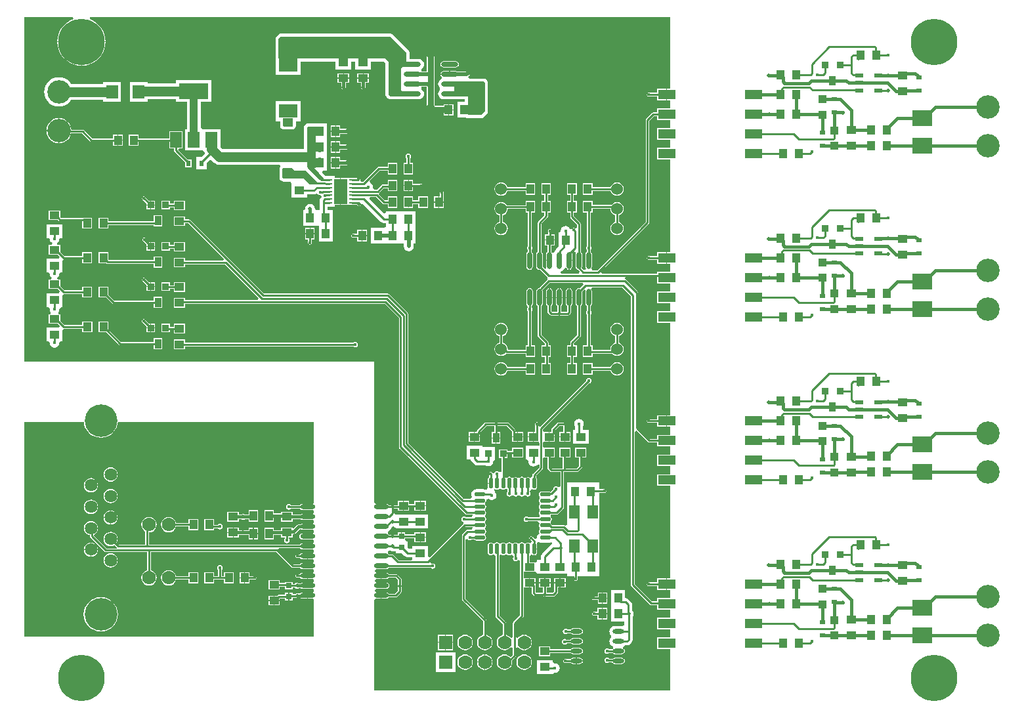
<source format=gtl>
G04*
G04 #@! TF.GenerationSoftware,Altium Limited,Altium Designer,20.0.10 (225)*
G04*
G04 Layer_Physical_Order=1*
G04 Layer_Color=255*
%FSLAX25Y25*%
%MOIN*%
G70*
G01*
G75*
%ADD21C,0.01000*%
%ADD22R,0.03150X0.02362*%
%ADD23R,0.04331X0.04724*%
%ADD24R,0.03600X0.05000*%
%ADD25R,0.03600X0.03600*%
%ADD26R,0.05000X0.04000*%
%ADD27O,0.05906X0.02362*%
%ADD28R,0.04000X0.05000*%
%ADD29R,0.05512X0.07087*%
%ADD30R,0.03937X0.03937*%
%ADD31R,0.09016X0.05118*%
%ADD32R,0.03000X0.03000*%
%ADD33R,0.15000X0.07900*%
%ADD34R,0.05900X0.07900*%
%ADD35R,0.06000X0.07087*%
%ADD36R,0.02362X0.03150*%
%ADD37R,0.09449X0.07087*%
%ADD38R,0.09843X0.07874*%
%ADD39R,0.04331X0.02362*%
%ADD40O,0.02362X0.08661*%
%ADD41R,0.06693X0.12992*%
%ADD42R,0.02756X0.00984*%
%ADD43O,0.07480X0.02362*%
%ADD44O,0.08661X0.02362*%
%ADD45O,0.05709X0.02165*%
%ADD46O,0.02165X0.05709*%
%ADD82C,0.02000*%
%ADD83C,0.01500*%
%ADD84C,0.05000*%
%ADD85C,0.03000*%
%ADD86C,0.03937*%
%ADD87C,0.02500*%
%ADD88C,0.23622*%
%ADD89C,0.07000*%
%ADD90R,0.07000X0.07000*%
%ADD91C,0.11900*%
%ADD92C,0.06000*%
%ADD93C,0.16535*%
%ADD94C,0.06437*%
%ADD95C,0.01772*%
%ADD96C,0.01968*%
%ADD97C,0.05000*%
G36*
X429000Y466600D02*
X427354D01*
Y463640D01*
Y460681D01*
X429000D01*
Y456600D01*
X422247D01*
Y454558D01*
X420340D01*
X419989Y454488D01*
X419692Y454289D01*
X416751Y451349D01*
X416552Y451051D01*
X416482Y450700D01*
Y399080D01*
X391820Y374418D01*
X389355D01*
X389240Y374557D01*
X388913Y375418D01*
X389089Y375682D01*
X389212Y376299D01*
Y382598D01*
X389089Y383215D01*
X388740Y383738D01*
X388613Y383823D01*
X388599Y384801D01*
X388905Y385259D01*
X389013Y385800D01*
X388905Y386341D01*
X388599Y386799D01*
X388518Y386854D01*
Y403749D01*
X389500D01*
Y405731D01*
X398498D01*
X398571Y405649D01*
X398688Y404761D01*
X399030Y403934D01*
X399575Y403224D01*
X400285Y402679D01*
X401082Y402349D01*
Y398949D01*
X400285Y398619D01*
X399575Y398074D01*
X399030Y397363D01*
X398688Y396536D01*
X398571Y395649D01*
X398688Y394761D01*
X399030Y393934D01*
X399575Y393224D01*
X400285Y392679D01*
X401112Y392336D01*
X402000Y392219D01*
X402888Y392336D01*
X403715Y392679D01*
X404425Y393224D01*
X404970Y393934D01*
X405312Y394761D01*
X405429Y395649D01*
X405312Y396536D01*
X404970Y397363D01*
X404425Y398074D01*
X403715Y398619D01*
X402918Y398949D01*
Y402349D01*
X403715Y402679D01*
X404425Y403224D01*
X404970Y403934D01*
X405312Y404761D01*
X405429Y405649D01*
X405312Y406536D01*
X404970Y407364D01*
X404425Y408074D01*
X403715Y408619D01*
X402888Y408961D01*
X402000Y409078D01*
X401112Y408961D01*
X400285Y408619D01*
X399575Y408074D01*
X399186Y407566D01*
X389500D01*
Y409549D01*
X384700D01*
Y403749D01*
X386682D01*
Y386854D01*
X386601Y386799D01*
X386295Y386341D01*
X386187Y385800D01*
X386295Y385259D01*
X386601Y384801D01*
X386587Y383823D01*
X386460Y383738D01*
X386111Y383215D01*
X385988Y382598D01*
Y376299D01*
X386111Y375682D01*
X386287Y375418D01*
X385960Y374557D01*
X385947Y374542D01*
X384906Y374510D01*
X383947Y375469D01*
X384089Y375682D01*
X384212Y376299D01*
Y382598D01*
X384089Y383215D01*
X383740Y383738D01*
X383518Y383887D01*
Y398149D01*
X383448Y398500D01*
X383249Y398798D01*
X380018Y402029D01*
Y403749D01*
X381500D01*
Y409549D01*
X380018D01*
Y412749D01*
X381500D01*
Y418549D01*
X376700D01*
Y412749D01*
X378182D01*
Y409549D01*
X376700D01*
Y403749D01*
X378182D01*
Y401649D01*
X378252Y401298D01*
X378451Y401000D01*
X381682Y397769D01*
Y396234D01*
X381514Y396102D01*
X380549Y395749D01*
X380251Y395948D01*
X379900Y396018D01*
X379549Y395948D01*
X379251Y395749D01*
X379061Y395463D01*
X378986Y395450D01*
X378147Y395433D01*
X378033Y395453D01*
X377520Y396220D01*
X376731Y396747D01*
X375800Y396933D01*
X374869Y396747D01*
X374080Y396220D01*
X373553Y395431D01*
X373367Y394500D01*
X372751Y393749D01*
X372300D01*
Y386533D01*
X371379Y385611D01*
X370937Y384950D01*
X370878Y384657D01*
X370688Y384511D01*
X370258Y383951D01*
X370048Y383443D01*
X369561Y383328D01*
X368988Y383367D01*
X368740Y383738D01*
X368518Y383887D01*
Y386849D01*
X370200D01*
Y389549D01*
X367800D01*
X365400D01*
Y386849D01*
X366682D01*
Y383887D01*
X366460Y383738D01*
X366111Y383215D01*
X365988Y382598D01*
Y379649D01*
X367600D01*
Y379249D01*
X365988D01*
Y376299D01*
X366111Y375682D01*
X365296Y375102D01*
X364193Y376204D01*
X364212Y376299D01*
Y382598D01*
X364089Y383215D01*
X363740Y383738D01*
X363518Y383887D01*
Y398069D01*
X366649Y401200D01*
X366848Y401498D01*
X366918Y401849D01*
Y403749D01*
X368400D01*
Y409549D01*
X366918D01*
Y412749D01*
X368400D01*
Y418549D01*
X363600D01*
Y412749D01*
X365082D01*
Y409549D01*
X363600D01*
Y403749D01*
X365082D01*
Y402229D01*
X361951Y399098D01*
X361752Y398800D01*
X361682Y398449D01*
Y383887D01*
X361460Y383738D01*
X361111Y383215D01*
X360988Y382598D01*
Y376299D01*
X361111Y375682D01*
X361460Y375159D01*
X361983Y374810D01*
X362600Y374687D01*
X363030Y374773D01*
X366036Y371766D01*
X366600Y371000D01*
Y369800D01*
X366107Y369004D01*
X362597Y365495D01*
X362456Y365284D01*
X361983Y365190D01*
X361460Y364841D01*
X361111Y364318D01*
X360988Y363701D01*
Y357402D01*
X361111Y356785D01*
X361460Y356262D01*
X361682Y356113D01*
Y341249D01*
X361752Y340898D01*
X361951Y340600D01*
X365282Y337269D01*
Y336249D01*
X363600D01*
Y330449D01*
X365282D01*
Y327249D01*
X363600D01*
Y321449D01*
X368400D01*
Y327249D01*
X367118D01*
Y330449D01*
X368400D01*
Y336249D01*
X367118D01*
Y337649D01*
X367048Y338000D01*
X366849Y338298D01*
X363518Y341629D01*
Y356113D01*
X363740Y356262D01*
X364089Y356785D01*
X364212Y357402D01*
Y363701D01*
X364089Y364318D01*
X364076Y364338D01*
X364094Y364364D01*
X364102Y364404D01*
X367780Y368082D01*
X384608D01*
X384985Y367082D01*
X383113Y365211D01*
X382600Y365313D01*
X381983Y365190D01*
X381460Y364841D01*
X381111Y364318D01*
X380988Y363701D01*
Y357402D01*
X381111Y356785D01*
X381460Y356262D01*
X381682Y356113D01*
Y341429D01*
X378451Y338198D01*
X378252Y337900D01*
X378182Y337549D01*
Y336249D01*
X376700D01*
Y330449D01*
X378182D01*
Y327249D01*
X376700D01*
Y321449D01*
X381500D01*
Y327249D01*
X380018D01*
Y330449D01*
X381500D01*
Y336249D01*
X380211D01*
X380098Y337249D01*
X383249Y340400D01*
X383448Y340698D01*
X383518Y341049D01*
Y356113D01*
X383740Y356262D01*
X384089Y356785D01*
X384212Y357402D01*
Y363701D01*
X384210Y363712D01*
X385256Y364759D01*
X385735Y364512D01*
X386081Y364169D01*
X385988Y363701D01*
Y357402D01*
X386111Y356785D01*
X386460Y356262D01*
X386682Y356113D01*
Y354054D01*
X386601Y353999D01*
X386295Y353541D01*
X386187Y353000D01*
X386295Y352459D01*
X386601Y352001D01*
X386682Y351946D01*
Y336249D01*
X384700D01*
Y330449D01*
X389500D01*
Y332031D01*
X399247D01*
X399460Y332074D01*
X399575Y331924D01*
X400285Y331379D01*
X401112Y331036D01*
X402000Y330920D01*
X402888Y331036D01*
X403715Y331379D01*
X404425Y331924D01*
X404970Y332634D01*
X405312Y333461D01*
X405429Y334349D01*
X405312Y335236D01*
X404970Y336064D01*
X404425Y336774D01*
X403715Y337319D01*
X402918Y337649D01*
Y341049D01*
X403715Y341379D01*
X404425Y341924D01*
X404970Y342634D01*
X405312Y343461D01*
X405429Y344349D01*
X405312Y345236D01*
X404970Y346063D01*
X404425Y346774D01*
X403715Y347319D01*
X402888Y347661D01*
X402000Y347778D01*
X401112Y347661D01*
X400285Y347319D01*
X399575Y346774D01*
X399030Y346063D01*
X398688Y345236D01*
X398571Y344349D01*
X398688Y343461D01*
X399030Y342634D01*
X399575Y341924D01*
X400285Y341379D01*
X401082Y341049D01*
Y337649D01*
X400285Y337319D01*
X399575Y336774D01*
X399030Y336064D01*
X398688Y335236D01*
X398571Y334349D01*
X398148Y333866D01*
X389500D01*
Y336249D01*
X388518D01*
Y351946D01*
X388599Y352001D01*
X388905Y352459D01*
X389013Y353000D01*
X388905Y353541D01*
X388599Y353999D01*
X388518Y354054D01*
Y356113D01*
X388740Y356262D01*
X389089Y356785D01*
X389212Y357402D01*
Y363701D01*
X389089Y364318D01*
X388779Y364782D01*
X388847Y365098D01*
X389131Y365782D01*
X404520D01*
X408982Y361320D01*
Y214700D01*
X409052Y214349D01*
X409251Y214051D01*
X418651Y204651D01*
X418949Y204452D01*
X419300Y204382D01*
X422247D01*
Y201981D01*
X429000D01*
Y197900D01*
X422247D01*
Y191981D01*
X429000D01*
Y187900D01*
X422247D01*
Y181982D01*
X429000D01*
Y161000D01*
X278500D01*
Y206873D01*
X278584Y207006D01*
X279500Y207616D01*
X279643Y207588D01*
X282002D01*
Y209200D01*
Y210812D01*
X279643D01*
X278965Y211537D01*
Y211863D01*
X278990Y211889D01*
X279829Y212588D01*
X284761D01*
X285378Y212711D01*
X285900Y213060D01*
X286250Y213583D01*
X286373Y214200D01*
X286250Y214817D01*
X285900Y215340D01*
X285378Y215689D01*
X284761Y215812D01*
X279643D01*
X278965Y216537D01*
Y216863D01*
X278990Y216889D01*
X279829Y217588D01*
X282002D01*
Y219200D01*
Y220812D01*
X279643D01*
X278965Y221537D01*
Y221863D01*
X278990Y221889D01*
X279829Y222588D01*
X284761D01*
X285378Y222711D01*
X285900Y223060D01*
X286049Y223282D01*
X307279D01*
X307351Y223175D01*
X307810Y222868D01*
X308351Y222761D01*
X308891Y222868D01*
X309350Y223175D01*
X309656Y223633D01*
X309764Y224174D01*
X309656Y224714D01*
X309350Y225173D01*
X308891Y225479D01*
X308351Y225587D01*
X307810Y225479D01*
X307753Y225441D01*
X307116Y226218D01*
X324856Y243958D01*
X328457D01*
X328764Y243644D01*
X328344Y242644D01*
X326026D01*
X325675Y242574D01*
X325377Y242375D01*
X323451Y240449D01*
X323252Y240151D01*
X323182Y239800D01*
Y207300D01*
X323252Y206949D01*
X323451Y206651D01*
X333882Y196220D01*
Y189213D01*
X333782Y189200D01*
X332833Y188807D01*
X332018Y188181D01*
X331393Y187367D01*
X331000Y186418D01*
X330866Y185400D01*
X331000Y184382D01*
X331393Y183433D01*
X332018Y182618D01*
X332833Y181993D01*
X333782Y181600D01*
X334800Y181466D01*
X335818Y181600D01*
X336767Y181993D01*
X337581Y182618D01*
X338207Y183433D01*
X338600Y184382D01*
X338734Y185400D01*
X338600Y186418D01*
X338207Y187367D01*
X337581Y188181D01*
X336767Y188807D01*
X335818Y189200D01*
X335718Y189213D01*
Y196600D01*
X335648Y196951D01*
X335449Y197249D01*
X325018Y207680D01*
Y237709D01*
X325110Y237745D01*
X326018Y237875D01*
X326201Y237601D01*
X326659Y237295D01*
X327200Y237187D01*
X327741Y237295D01*
X328199Y237601D01*
X328254Y237682D01*
X329277D01*
X329394Y237507D01*
X329885Y237180D01*
X330463Y237065D01*
X334006D01*
X334585Y237180D01*
X335075Y237507D01*
X335403Y237998D01*
X335518Y238576D01*
X335403Y239155D01*
X335163Y239513D01*
X335075Y239645D01*
Y240657D01*
X335163Y240789D01*
X335403Y241147D01*
X335518Y241726D01*
X335403Y242304D01*
X335163Y242663D01*
X335075Y242795D01*
Y243807D01*
X335163Y243939D01*
X335403Y244297D01*
X335518Y244876D01*
X335403Y245454D01*
X335163Y245813D01*
X335075Y245944D01*
Y246956D01*
X335163Y247088D01*
X335403Y247447D01*
X335518Y248025D01*
X335403Y248604D01*
X335163Y248962D01*
X335075Y249094D01*
Y250106D01*
X335163Y250238D01*
X335403Y250596D01*
X335518Y251175D01*
X335403Y251753D01*
X335075Y252244D01*
Y253256D01*
X335403Y253746D01*
X335518Y254324D01*
X335403Y254903D01*
X335075Y255393D01*
Y256405D01*
X335403Y256895D01*
X335518Y257474D01*
X335488Y257627D01*
X335710Y257944D01*
X336580Y258380D01*
X337369Y257853D01*
X338300Y257667D01*
X339231Y257853D01*
X340020Y258380D01*
X340547Y259169D01*
X340733Y260100D01*
X340547Y261031D01*
X340020Y261820D01*
X339825Y261950D01*
X339601Y263147D01*
X339723Y263328D01*
X339947Y263379D01*
X340058Y263305D01*
X340416Y263066D01*
X340995Y262950D01*
X341573Y263066D01*
X341931Y263305D01*
X342063Y263393D01*
X343075D01*
X343207Y263305D01*
X343566Y263066D01*
X344144Y262950D01*
X344723Y263066D01*
X345081Y263305D01*
X345213Y263393D01*
X346225D01*
X346376Y263292D01*
Y261954D01*
X346295Y261899D01*
X345988Y261441D01*
X345881Y260900D01*
X345988Y260359D01*
X346295Y259901D01*
X346753Y259595D01*
X347294Y259487D01*
X347834Y259595D01*
X348293Y259901D01*
X348332Y259960D01*
X349462D01*
X349501Y259901D01*
X349959Y259595D01*
X350500Y259487D01*
X351041Y259595D01*
X351450Y259868D01*
X351499Y259897D01*
X352050Y259899D01*
X352601Y259897D01*
X352650Y259868D01*
X353059Y259595D01*
X353600Y259487D01*
X354141Y259595D01*
X354535Y259858D01*
X354586Y259888D01*
X355141Y259896D01*
X355696Y259888D01*
X355747Y259858D01*
X356141Y259595D01*
X356682Y259487D01*
X357223Y259595D01*
X357681Y259901D01*
X357987Y260359D01*
X358095Y260900D01*
X357987Y261441D01*
X357681Y261899D01*
X357999Y262788D01*
X358618Y263393D01*
X358823D01*
X358955Y263305D01*
X359314Y263066D01*
X359892Y262950D01*
X360471Y263066D01*
X360961Y263393D01*
X361289Y263884D01*
X361404Y264462D01*
Y268005D01*
X361289Y268584D01*
X360961Y269075D01*
X360869Y269136D01*
X360814Y270117D01*
X364049Y273351D01*
X364248Y273649D01*
X364318Y274000D01*
Y278504D01*
X364568Y279400D01*
X365318Y279400D01*
X366551D01*
Y274000D01*
X366621Y273649D01*
X366820Y273351D01*
X367920Y272251D01*
X368217Y272052D01*
X368568Y271982D01*
X373151D01*
Y264578D01*
X372151Y264275D01*
X372068Y264399D01*
X371609Y264705D01*
X371069Y264813D01*
X370528Y264705D01*
X370069Y264399D01*
X369763Y263941D01*
X369655Y263400D01*
X369691Y263221D01*
X368235Y261765D01*
X367852Y262020D01*
X367274Y262135D01*
X363731D01*
X363152Y262020D01*
X362662Y261693D01*
X362334Y261202D01*
X362219Y260624D01*
X362334Y260045D01*
X362574Y259687D01*
X362662Y259555D01*
Y258543D01*
X362574Y258411D01*
X362334Y258052D01*
X362219Y257474D01*
X362334Y256895D01*
X362574Y256537D01*
X362662Y256405D01*
Y255393D01*
X362574Y255261D01*
X362334Y254903D01*
X362219Y254324D01*
X362334Y253746D01*
X362574Y253387D01*
X362662Y253256D01*
Y252244D01*
X362574Y252112D01*
X362334Y251753D01*
X362219Y251175D01*
X362334Y250596D01*
X362574Y250238D01*
X362662Y250106D01*
Y249094D01*
X362561Y248943D01*
X356937D01*
X356899Y248999D01*
X356441Y249305D01*
X355900Y249413D01*
X355359Y249305D01*
X354901Y248999D01*
X354595Y248541D01*
X354487Y248000D01*
X354595Y247459D01*
X354901Y247001D01*
X355359Y246695D01*
X355900Y246587D01*
X356441Y246695D01*
X356899Y247001D01*
X356970Y247108D01*
X361724D01*
X362662Y246149D01*
Y245944D01*
X362574Y245813D01*
X362334Y245454D01*
X362219Y244876D01*
X362334Y244297D01*
X362662Y243807D01*
Y242795D01*
X362334Y242304D01*
X362219Y241726D01*
X362334Y241147D01*
X362465Y240952D01*
X362428Y240832D01*
X361889Y240418D01*
X361475Y239879D01*
X361214Y239251D01*
X361126Y238576D01*
X361144Y238436D01*
X360197Y237969D01*
X359017Y239149D01*
X358720Y239348D01*
X358368Y239418D01*
X358017Y239348D01*
X357720Y239149D01*
X357521Y238851D01*
X357451Y238500D01*
X357521Y238149D01*
X357720Y237851D01*
X358763Y236808D01*
X358779Y236535D01*
X358094Y235807D01*
X357811D01*
X357679Y235895D01*
X357321Y236135D01*
X356743Y236249D01*
X356164Y236135D01*
X355806Y235895D01*
X355674Y235807D01*
X354662D01*
X354530Y235895D01*
X354171Y236135D01*
X353593Y236249D01*
X353014Y236135D01*
X352656Y235895D01*
X352524Y235807D01*
X351512D01*
X351380Y235895D01*
X351022Y236135D01*
X350443Y236249D01*
X349865Y236135D01*
X349506Y235895D01*
X349374Y235807D01*
X348363D01*
X348231Y235895D01*
X347872Y236135D01*
X347294Y236249D01*
X346715Y236135D01*
X346357Y235895D01*
X346225Y235807D01*
X345213D01*
X345081Y235895D01*
X344723Y236135D01*
X344144Y236249D01*
X343566Y236135D01*
X343207Y235895D01*
X343075Y235807D01*
X342063D01*
X341931Y235895D01*
X341573Y236135D01*
X340995Y236249D01*
X340416Y236135D01*
X340058Y235895D01*
X339926Y235807D01*
X338914D01*
X338782Y235895D01*
X338423Y236135D01*
X337845Y236249D01*
X337266Y236135D01*
X336776Y235807D01*
X336448Y235316D01*
X336333Y234738D01*
Y231194D01*
X336448Y230616D01*
X336776Y230125D01*
X337266Y229798D01*
X337845Y229683D01*
X338423Y229798D01*
X338782Y230037D01*
X338914Y230125D01*
X339403D01*
X340300Y229387D01*
Y198783D01*
X340370Y198431D01*
X340569Y198134D01*
X343882Y194820D01*
Y189213D01*
X343782Y189200D01*
X342833Y188807D01*
X342019Y188181D01*
X341393Y187367D01*
X341000Y186418D01*
X340866Y185400D01*
X341000Y184382D01*
X341393Y183433D01*
X342019Y182618D01*
X342833Y181993D01*
X343782Y181600D01*
X344800Y181466D01*
X345818Y181600D01*
X346767Y181993D01*
X347582Y182618D01*
X347882Y183011D01*
X348882Y182671D01*
Y179156D01*
X347887Y178162D01*
X347582Y178182D01*
X346767Y178807D01*
X345818Y179200D01*
X344800Y179334D01*
X343782Y179200D01*
X342833Y178807D01*
X342019Y178182D01*
X341393Y177367D01*
X341000Y176418D01*
X340866Y175400D01*
X341000Y174382D01*
X341393Y173433D01*
X342019Y172618D01*
X342833Y171993D01*
X343782Y171600D01*
X344800Y171466D01*
X345818Y171600D01*
X346767Y171993D01*
X347582Y172618D01*
X348207Y173433D01*
X348600Y174382D01*
X348734Y175400D01*
X348616Y176295D01*
X350449Y178128D01*
X350648Y178425D01*
X350718Y178776D01*
Y182671D01*
X351718Y183011D01*
X352018Y182619D01*
X352833Y181993D01*
X353782Y181600D01*
X354600Y181493D01*
Y185400D01*
Y189307D01*
X353782Y189200D01*
X352833Y188807D01*
X352018Y188182D01*
X351718Y187789D01*
X350718Y188129D01*
Y194620D01*
X354242Y198144D01*
X354441Y198442D01*
X354510Y198793D01*
Y212365D01*
X354668Y213300D01*
X355511Y213300D01*
X357368D01*
Y215700D01*
Y218100D01*
X354668Y218100D01*
X354510Y219035D01*
Y220365D01*
X354668Y221300D01*
X355511Y221300D01*
X360268D01*
X360469Y221300D01*
X361268Y220817D01*
Y220200D01*
X376500D01*
Y219000D01*
X380175D01*
Y217607D01*
X380245Y217256D01*
X380444Y216958D01*
X380451Y216951D01*
X380749Y216752D01*
X381100Y216682D01*
X381451Y216752D01*
X381749Y216951D01*
X381948Y217249D01*
X382018Y217600D01*
X382011Y217636D01*
Y219000D01*
X392800D01*
Y261382D01*
X395600D01*
X395951Y261452D01*
X396249Y261651D01*
X396448Y261949D01*
X396518Y262300D01*
X396448Y262651D01*
X396249Y262949D01*
X395951Y263148D01*
X395600Y263218D01*
X392800D01*
Y266800D01*
X376500D01*
Y245024D01*
X376126Y244869D01*
X375500Y244714D01*
X375299Y244849D01*
X374948Y244918D01*
X368844D01*
X368761Y245002D01*
X368671Y245454D01*
X368431Y245813D01*
X368343Y245944D01*
Y246956D01*
X368431Y247088D01*
X368671Y247447D01*
X368786Y248025D01*
X368671Y248604D01*
X368431Y248962D01*
X368343Y249094D01*
Y250106D01*
X368444Y250257D01*
X371143D01*
X371494Y250327D01*
X371792Y250526D01*
X374717Y253451D01*
X374916Y253749D01*
X374986Y254100D01*
Y271982D01*
X381768D01*
X382120Y272052D01*
X382417Y272251D01*
X384117Y273951D01*
X384316Y274249D01*
X384386Y274600D01*
Y279400D01*
X386368D01*
Y284200D01*
X380569D01*
Y279400D01*
X382551D01*
Y274980D01*
X381388Y273818D01*
X376086D01*
Y279400D01*
X378368D01*
Y284200D01*
X372568D01*
Y279400D01*
X374251D01*
Y273818D01*
X368949D01*
X368386Y274380D01*
Y279400D01*
X370369D01*
Y284200D01*
X365318D01*
X364568Y284200D01*
X364318Y285096D01*
Y286504D01*
X364568Y287400D01*
X365318Y287400D01*
X367268D01*
Y289800D01*
Y292200D01*
X364568Y292200D01*
X364318Y293096D01*
Y293720D01*
X387604Y317006D01*
X387700Y316987D01*
X388241Y317095D01*
X388699Y317401D01*
X389005Y317859D01*
X389113Y318400D01*
X389005Y318941D01*
X388699Y319399D01*
X388241Y319705D01*
X387700Y319813D01*
X387159Y319705D01*
X386701Y319399D01*
X386395Y318941D01*
X386287Y318400D01*
X386306Y318304D01*
X363086Y295084D01*
X362086Y295498D01*
Y296400D01*
X362016Y296751D01*
X361817Y297049D01*
X361520Y297248D01*
X361169Y297318D01*
X360817Y297248D01*
X360520Y297049D01*
X360321Y296751D01*
X360251Y296400D01*
Y292200D01*
X359668D01*
Y289800D01*
Y287400D01*
X362368Y287400D01*
X362482Y286447D01*
Y285300D01*
X355469D01*
Y278300D01*
X356290D01*
X357076Y277300D01*
X357036Y277100D01*
X357221Y276169D01*
X357748Y275380D01*
X358538Y274853D01*
X359469Y274667D01*
X360399Y274853D01*
X361189Y275380D01*
X361482Y275820D01*
X362482Y275516D01*
Y274380D01*
X359243Y271141D01*
X359044Y270843D01*
X358975Y270492D01*
Y270012D01*
X358016Y269075D01*
X357811D01*
X357679Y269163D01*
X357321Y269402D01*
X356743Y269517D01*
X356164Y269402D01*
X355806Y269163D01*
X355674Y269075D01*
X354662D01*
X354530Y269163D01*
X354171Y269402D01*
X353593Y269517D01*
X353014Y269402D01*
X352656Y269163D01*
X352524Y269075D01*
X351512D01*
X351380Y269163D01*
X351022Y269402D01*
X350443Y269517D01*
X349865Y269402D01*
X349506Y269163D01*
X349374Y269075D01*
X348363D01*
X348231Y269163D01*
X347872Y269402D01*
X347294Y269517D01*
X346715Y269402D01*
X346357Y269163D01*
X346225Y269075D01*
X345213D01*
X345062Y269176D01*
Y279100D01*
X346369D01*
Y280882D01*
X348569D01*
Y279400D01*
X354368D01*
Y284200D01*
X348569D01*
Y282718D01*
X346369D01*
Y283500D01*
X341968D01*
Y279100D01*
X343227D01*
Y272275D01*
X343063Y272160D01*
X341978Y271999D01*
X341520Y272305D01*
X340979Y272413D01*
X340439Y272305D01*
X339980Y271999D01*
X339674Y271541D01*
X339663Y271486D01*
X339041Y271351D01*
X338622Y271380D01*
X338494Y271572D01*
X338417Y271649D01*
X338120Y271848D01*
X337769Y271918D01*
X337417Y271848D01*
X337120Y271649D01*
X336921Y271351D01*
X336851Y271000D01*
X336921Y270649D01*
X336927Y270639D01*
Y269176D01*
X336776Y269075D01*
X336448Y268584D01*
X336333Y268005D01*
Y266434D01*
X337845D01*
Y266034D01*
X336333D01*
Y264462D01*
X336448Y263884D01*
X335908Y263011D01*
X335325Y262867D01*
X335309Y262880D01*
X334681Y263140D01*
X334006Y263229D01*
X330463D01*
X329789Y263140D01*
X329160Y262880D01*
X328621Y262466D01*
X328207Y261926D01*
X327947Y261298D01*
X327858Y260624D01*
X327947Y259949D01*
X328207Y259321D01*
X327660Y258392D01*
X324106D01*
X295818Y286680D01*
Y352400D01*
X295748Y352751D01*
X295549Y353049D01*
X286349Y362249D01*
X286051Y362448D01*
X285700Y362518D01*
X222580D01*
X185149Y399949D01*
X184851Y400148D01*
X184500Y400218D01*
X182600D01*
Y401700D01*
X176800D01*
Y396900D01*
X182600D01*
Y398382D01*
X184120D01*
X202361Y380141D01*
X201978Y379218D01*
X182600D01*
Y380700D01*
X176800D01*
Y375900D01*
X182600D01*
Y377382D01*
X203020D01*
X220085Y360318D01*
X219670Y359318D01*
X182600D01*
Y360300D01*
X176800D01*
Y355500D01*
X182600D01*
Y357482D01*
X284020D01*
X291182Y350320D01*
Y284800D01*
X291252Y284449D01*
X291451Y284151D01*
X325076Y250526D01*
X325374Y250327D01*
X325725Y250257D01*
X328457D01*
X328777Y249930D01*
X328356Y248930D01*
X325345D01*
X325299Y248999D01*
X324841Y249305D01*
X324300Y249413D01*
X323759Y249305D01*
X323301Y248999D01*
X322995Y248541D01*
X322887Y248000D01*
X322995Y247459D01*
X323301Y247001D01*
X323759Y246695D01*
X323879Y246671D01*
X324002Y246197D01*
X323985Y245630D01*
X323827Y245524D01*
X306924Y228622D01*
X306000Y229004D01*
Y234300D01*
X298000D01*
Y232839D01*
X296345D01*
X295500Y233684D01*
Y236800D01*
X295151D01*
X294400Y237400D01*
Y238382D01*
X299100D01*
Y236400D01*
X301800D01*
Y238800D01*
Y241200D01*
X299100D01*
Y240218D01*
X294400D01*
Y241200D01*
X292700D01*
Y239300D01*
X292300D01*
Y241200D01*
X290600D01*
Y240118D01*
X286049D01*
X285900Y240340D01*
X285529Y240588D01*
X285490Y241161D01*
X285606Y241648D01*
X286113Y241858D01*
X286673Y242288D01*
X287103Y242848D01*
X287373Y243500D01*
X288000Y244267D01*
X288500Y244367D01*
X289412Y243761D01*
X289500Y243623D01*
Y243300D01*
X297500D01*
Y243300D01*
X298000D01*
Y243300D01*
X306000D01*
Y250300D01*
X298000D01*
Y250300D01*
X297500D01*
Y250300D01*
X289562D01*
X289503Y250327D01*
X288732Y250859D01*
X288770Y251052D01*
Y253282D01*
X290600D01*
Y252400D01*
X293300D01*
Y254800D01*
Y257200D01*
X290600D01*
Y255118D01*
X286049D01*
X285900Y255340D01*
X285378Y255689D01*
X284761Y255812D01*
X282402D01*
Y254200D01*
X282002D01*
Y255812D01*
X279643D01*
X279500Y255784D01*
X278584Y256394D01*
X278500Y256527D01*
Y328000D01*
X101000D01*
Y503000D01*
X125656D01*
X125855Y502000D01*
X124439Y501414D01*
X122800Y500410D01*
X121339Y499161D01*
X120090Y497700D01*
X119086Y496061D01*
X118351Y494285D01*
X117902Y492416D01*
X117767Y490700D01*
X142233D01*
X142098Y492416D01*
X141649Y494285D01*
X140914Y496061D01*
X139910Y497700D01*
X138661Y499161D01*
X137200Y500410D01*
X135561Y501414D01*
X134145Y502000D01*
X134344Y503000D01*
X429000D01*
Y466600D01*
D02*
G37*
G36*
X381106Y383594D02*
X381168Y383301D01*
X381111Y383215D01*
X380988Y382598D01*
Y376299D01*
X381111Y375682D01*
X381460Y375159D01*
X381983Y374810D01*
X382092Y374788D01*
X382212Y374609D01*
X383103Y373718D01*
X382689Y372718D01*
X373468D01*
X373300Y373687D01*
X373952Y373957D01*
X374512Y374387D01*
X374942Y374947D01*
X375152Y375454D01*
X375639Y375570D01*
X376212Y375531D01*
X376460Y375159D01*
X376983Y374810D01*
X377400Y374727D01*
Y379449D01*
X377600D01*
Y379649D01*
X379212D01*
Y382598D01*
X379127Y383029D01*
X380016Y383918D01*
X381106Y383594D01*
D02*
G37*
G36*
X422247Y450681D02*
X429000D01*
Y446600D01*
X422247D01*
Y440682D01*
X429000D01*
Y436600D01*
X422247D01*
Y430682D01*
X429000D01*
Y383700D01*
X427354D01*
Y380740D01*
Y377782D01*
X429000D01*
Y373700D01*
X422247D01*
Y372718D01*
X394130D01*
X393715Y373718D01*
X418049Y398051D01*
X418248Y398349D01*
X418318Y398700D01*
Y450320D01*
X420721Y452723D01*
X422247D01*
Y450681D01*
D02*
G37*
G36*
X247800Y256118D02*
X247494Y255868D01*
X247300Y255812D01*
X242241D01*
X241624Y255689D01*
X241101Y255340D01*
X240952Y255118D01*
X236354D01*
X236299Y255199D01*
X235841Y255505D01*
X235300Y255613D01*
X234759Y255505D01*
X234301Y255199D01*
X233995Y254741D01*
X233887Y254200D01*
X233995Y253659D01*
X234301Y253201D01*
X234759Y252895D01*
X235300Y252787D01*
X235841Y252895D01*
X236299Y253201D01*
X236354Y253282D01*
X240952D01*
X241101Y253060D01*
X241624Y252711D01*
X242241Y252588D01*
X247359D01*
X247413Y252599D01*
X247800Y252281D01*
Y251118D01*
X247494Y250868D01*
X247300Y250812D01*
X242241D01*
X241624Y250689D01*
X241150Y250373D01*
X237200D01*
Y251600D01*
X231400D01*
Y250872D01*
X227700D01*
Y252600D01*
X222900D01*
Y246800D01*
X227700D01*
Y248528D01*
X231400D01*
Y246800D01*
X237200D01*
Y248027D01*
X241150D01*
X241624Y247711D01*
X242241Y247588D01*
X247359D01*
X247413Y247599D01*
X247800Y247282D01*
Y246118D01*
X247494Y245867D01*
X247300Y245812D01*
X242241D01*
X241624Y245689D01*
X241150Y245373D01*
X240300D01*
X239851Y245283D01*
X239471Y245029D01*
X237700Y243258D01*
X237200Y243465D01*
Y243600D01*
X231400D01*
Y242372D01*
X227700D01*
Y243600D01*
X222900D01*
Y237800D01*
X227700D01*
Y240027D01*
X231400D01*
Y238800D01*
X233382D01*
Y238254D01*
X233301Y238199D01*
X232995Y237741D01*
X232887Y237200D01*
X232995Y236659D01*
X233301Y236201D01*
X233759Y235895D01*
X234300Y235787D01*
X234841Y235895D01*
X235299Y236201D01*
X235605Y236659D01*
X235713Y237200D01*
X235605Y237741D01*
X235299Y238199D01*
X235218Y238254D01*
Y238800D01*
X237200D01*
Y240442D01*
X237714D01*
X238163Y240531D01*
X238543Y240785D01*
X240786Y243027D01*
X241150D01*
X241624Y242711D01*
X242241Y242588D01*
X247359D01*
X247413Y242599D01*
X247800Y242282D01*
Y241119D01*
X247494Y240867D01*
X247300Y240812D01*
X242241D01*
X241624Y240689D01*
X241101Y240340D01*
X240752Y239817D01*
X240629Y239200D01*
X240752Y238583D01*
X241101Y238060D01*
X241624Y237711D01*
X242241Y237588D01*
X247359D01*
X247413Y237599D01*
X247800Y237281D01*
Y236119D01*
X247494Y235868D01*
X247300Y235812D01*
X242241D01*
X241624Y235689D01*
X241101Y235340D01*
X240952Y235118D01*
X164218D01*
Y241194D01*
X164300Y241266D01*
X165318Y241400D01*
X166267Y241793D01*
X167081Y242419D01*
X167707Y243233D01*
X168100Y244182D01*
X168234Y245200D01*
X168100Y246218D01*
X167707Y247167D01*
X167081Y247982D01*
X166267Y248607D01*
X165318Y249000D01*
X164300Y249134D01*
X163282Y249000D01*
X162333Y248607D01*
X161519Y247982D01*
X160893Y247167D01*
X160500Y246218D01*
X160366Y245200D01*
X160500Y244182D01*
X160893Y243233D01*
X161519Y242419D01*
X162333Y241793D01*
X162382Y241773D01*
Y235118D01*
X148936D01*
X147944Y236109D01*
X147961Y236131D01*
X148325Y237011D01*
X148450Y237956D01*
X148325Y238900D01*
X147961Y239781D01*
X147381Y240537D01*
X146625Y241117D01*
X145745Y241481D01*
X144800Y241606D01*
X143855Y241481D01*
X142975Y241117D01*
X142219Y240537D01*
X141639Y239781D01*
X141275Y238900D01*
X141150Y237956D01*
X141275Y237011D01*
X141639Y236131D01*
X142219Y235375D01*
X142975Y234795D01*
X143855Y234431D01*
X144800Y234306D01*
X145745Y234431D01*
X146625Y234795D01*
X146646Y234812D01*
X147841Y233618D01*
X147790Y233349D01*
X147656Y233118D01*
X142680D01*
X136200Y239597D01*
X136263Y240118D01*
X136625Y240268D01*
X137381Y240848D01*
X137961Y241603D01*
X138325Y242484D01*
X138450Y243428D01*
X138325Y244373D01*
X137961Y245253D01*
X137381Y246009D01*
X136625Y246589D01*
X135745Y246954D01*
X134800Y247078D01*
X133855Y246954D01*
X132975Y246589D01*
X132219Y246009D01*
X131639Y245253D01*
X131275Y244373D01*
X131150Y243428D01*
X131275Y242484D01*
X131639Y241603D01*
X132219Y240848D01*
X132975Y240268D01*
X133855Y239903D01*
X134287Y239846D01*
Y239296D01*
X134357Y238945D01*
X134555Y238647D01*
X141651Y231551D01*
X141949Y231352D01*
X142300Y231282D01*
X148300D01*
X148300Y231282D01*
X163382D01*
Y222013D01*
X163282Y222000D01*
X162333Y221607D01*
X161519Y220982D01*
X160893Y220167D01*
X160500Y219218D01*
X160366Y218200D01*
X160500Y217182D01*
X160893Y216233D01*
X161519Y215419D01*
X162333Y214793D01*
X163282Y214400D01*
X164300Y214266D01*
X165318Y214400D01*
X166267Y214793D01*
X167081Y215419D01*
X167707Y216233D01*
X168100Y217182D01*
X168234Y218200D01*
X168100Y219218D01*
X167707Y220167D01*
X167081Y220982D01*
X166267Y221607D01*
X165318Y222000D01*
X165218Y222013D01*
Y231282D01*
X228920D01*
X236651Y223551D01*
X236949Y223352D01*
X237300Y223282D01*
X240952D01*
X241101Y223060D01*
X241624Y222711D01*
X242241Y222588D01*
X247359D01*
X247413Y222599D01*
X247800Y222282D01*
Y221118D01*
X247494Y220867D01*
X247300Y220812D01*
X245000D01*
Y219200D01*
Y217588D01*
X247359D01*
X247413Y217599D01*
X247800Y217282D01*
Y216119D01*
X247494Y215867D01*
X247300Y215812D01*
X242241D01*
X241624Y215689D01*
X241150Y215372D01*
X240417D01*
X240079Y215598D01*
X239500Y215713D01*
X238921Y215598D01*
X238430Y215270D01*
X238328Y215118D01*
X237200D01*
Y216100D01*
X233400D01*
Y215618D01*
X230700D01*
Y217100D01*
X224900D01*
Y212300D01*
X230700D01*
Y213782D01*
X233400D01*
Y212300D01*
X237200D01*
Y213282D01*
X238328D01*
X238430Y213130D01*
X238921Y212802D01*
X239500Y212687D01*
X240079Y212802D01*
X240417Y213028D01*
X241150D01*
X241624Y212711D01*
X242241Y212588D01*
X247359D01*
X247413Y212599D01*
X247800Y212281D01*
Y211119D01*
X247494Y210868D01*
X247300Y210812D01*
X245000D01*
Y209200D01*
Y207588D01*
X247359D01*
X247413Y207599D01*
X247800Y207281D01*
X247800Y188200D01*
X101000Y188200D01*
Y297500D01*
X131147D01*
X131258Y296375D01*
X131753Y294741D01*
X132558Y293235D01*
X133641Y291915D01*
X134961Y290832D01*
X136467Y290027D01*
X138101Y289532D01*
X139800Y289364D01*
X141499Y289532D01*
X143133Y290027D01*
X144639Y290832D01*
X145959Y291915D01*
X147042Y293235D01*
X147847Y294741D01*
X148342Y296375D01*
X148453Y297500D01*
X247800Y297500D01*
X247800Y256118D01*
D02*
G37*
G36*
X422247Y367781D02*
X429000D01*
Y363700D01*
X422247D01*
Y357782D01*
X429000D01*
Y353700D01*
X422247D01*
Y347781D01*
X429000D01*
Y300800D01*
X427354D01*
Y297840D01*
Y294882D01*
X429000D01*
Y290800D01*
X422247D01*
Y288758D01*
X418540D01*
X412718Y294580D01*
Y363100D01*
X412648Y363451D01*
X412449Y363749D01*
X406549Y369649D01*
X406251Y369848D01*
X406077Y369882D01*
X406176Y370882D01*
X422247D01*
Y367781D01*
D02*
G37*
G36*
X362321Y236403D02*
X362428Y236320D01*
X363056Y236060D01*
X363731Y235971D01*
X367274D01*
X367948Y236060D01*
X368577Y236320D01*
X368994Y235990D01*
X368981Y235284D01*
X368320Y234842D01*
X368320Y234842D01*
X363827Y230349D01*
X363385Y229687D01*
X363229Y228907D01*
Y227200D01*
X361268D01*
Y226583D01*
X360469Y226100D01*
X360268Y226100D01*
X357660D01*
Y229188D01*
X358618Y230125D01*
X358823D01*
X358955Y230037D01*
X359314Y229798D01*
X359692Y229722D01*
Y232966D01*
X359892D01*
Y233166D01*
X361404D01*
Y234738D01*
X361289Y235316D01*
X361132Y235551D01*
X361218Y236048D01*
X362087Y236413D01*
X362321Y236403D01*
D02*
G37*
G36*
X348915Y229785D02*
X349501Y228999D01*
X349195Y228541D01*
X349087Y228000D01*
X349195Y227459D01*
X349501Y227001D01*
X349959Y226695D01*
X350500Y226587D01*
X351041Y226695D01*
X351499Y227001D01*
X351675Y227264D01*
X352675Y227097D01*
Y199173D01*
X349151Y195649D01*
X348952Y195351D01*
X348882Y195000D01*
Y188129D01*
X347882Y187789D01*
X347582Y188181D01*
X346767Y188807D01*
X345818Y189200D01*
X345718Y189213D01*
Y195200D01*
X345648Y195551D01*
X345449Y195849D01*
X342135Y199163D01*
Y229732D01*
X342813Y230016D01*
X343063Y230070D01*
X343207Y230037D01*
X343566Y229798D01*
X344144Y229683D01*
X344723Y229798D01*
X345081Y230037D01*
X345213Y230125D01*
X346225D01*
X346357Y230037D01*
X346715Y229798D01*
X347294Y229683D01*
X347872Y229798D01*
X348231Y230037D01*
X348363Y230125D01*
X348568D01*
X348915Y229785D01*
D02*
G37*
G36*
X286831Y231860D02*
X287800Y231667D01*
X288340Y231774D01*
X288409Y231761D01*
X288409Y231761D01*
X289500D01*
Y230800D01*
X292616D01*
X294058Y229358D01*
X294720Y228916D01*
X295500Y228761D01*
X298000D01*
Y227300D01*
X297076Y227118D01*
X290980D01*
X288249Y229849D01*
X287951Y230048D01*
X287600Y230118D01*
X286049D01*
X285900Y230340D01*
X285529Y230588D01*
X285490Y231161D01*
X285606Y231648D01*
X286113Y231858D01*
X286448Y232116D01*
X286831Y231860D01*
D02*
G37*
G36*
X241101Y233060D02*
X241624Y232711D01*
X242241Y232588D01*
X247359D01*
X247413Y232599D01*
X247800Y232281D01*
Y231118D01*
X247494Y230868D01*
X247300Y230812D01*
X245000D01*
Y229200D01*
Y227588D01*
X247359D01*
X247413Y227599D01*
X247800Y227281D01*
Y226118D01*
X247494Y225868D01*
X247300Y225812D01*
X242241D01*
X241624Y225689D01*
X241101Y225340D01*
X240952Y225118D01*
X237680D01*
X230015Y232782D01*
X230066Y233051D01*
X230200Y233282D01*
X240952D01*
X241101Y233060D01*
D02*
G37*
G36*
X417511Y287192D02*
X417808Y286993D01*
X418159Y286923D01*
X422247D01*
Y284881D01*
X429000D01*
Y280800D01*
X422247D01*
Y274882D01*
X429000D01*
Y270800D01*
X422247D01*
Y264881D01*
X429000D01*
Y217900D01*
X427354D01*
Y214941D01*
Y211982D01*
X429000D01*
Y207900D01*
X422247D01*
Y206218D01*
X419680D01*
X410818Y215080D01*
Y292470D01*
X411818Y292885D01*
X417511Y287192D01*
D02*
G37*
%LPC*%
G36*
X142233Y490300D02*
X130200D01*
Y478267D01*
X131916Y478402D01*
X133785Y478851D01*
X135561Y479586D01*
X137200Y480590D01*
X138661Y481839D01*
X139910Y483300D01*
X140914Y484939D01*
X141649Y486715D01*
X142098Y488584D01*
X142233Y490300D01*
D02*
G37*
G36*
X129800D02*
X117767D01*
X117902Y488584D01*
X118351Y486715D01*
X119086Y484939D01*
X120090Y483300D01*
X121339Y481839D01*
X122800Y480590D01*
X124439Y479586D01*
X126215Y478851D01*
X128084Y478402D01*
X129800Y478267D01*
Y490300D01*
D02*
G37*
G36*
X320098Y480612D02*
X313799D01*
X313182Y480489D01*
X312659Y480140D01*
X312310Y479617D01*
X312187Y479000D01*
X312310Y478383D01*
X312659Y477860D01*
X313182Y477511D01*
X313799Y477388D01*
X320098D01*
X320715Y477511D01*
X321238Y477860D01*
X321588Y478383D01*
X321710Y479000D01*
X321588Y479617D01*
X321238Y480140D01*
X320715Y480489D01*
X320098Y480612D01*
D02*
G37*
G36*
X327600Y477427D02*
X327054Y477319D01*
X326591Y477009D01*
X325009Y475427D01*
X320808D01*
X320715Y475489D01*
X320098Y475612D01*
X317149D01*
Y474000D01*
X316949D01*
Y473800D01*
X312227D01*
X312310Y473383D01*
X312659Y472860D01*
X313031Y472612D01*
X313070Y472039D01*
X312954Y471552D01*
X312447Y471342D01*
X311887Y470912D01*
X311457Y470352D01*
X311187Y469700D01*
X311095Y469000D01*
X311187Y468300D01*
X311457Y467648D01*
X311887Y467088D01*
Y465912D01*
X311457Y465352D01*
X311187Y464700D01*
X311095Y464000D01*
X311187Y463300D01*
X311457Y462648D01*
X311887Y462088D01*
X312447Y461658D01*
X313099Y461388D01*
X313799Y461296D01*
X319274D01*
X319400Y461271D01*
X324671D01*
Y459900D01*
X320900D01*
Y451900D01*
X325446D01*
X325615Y451787D01*
X326200Y451671D01*
X333100Y451671D01*
X333685Y451787D01*
X334181Y452118D01*
X335981Y453919D01*
X336313Y454415D01*
X336429Y455000D01*
Y462800D01*
X336429Y463300D01*
X336429Y469700D01*
X336313Y470285D01*
X335981Y470781D01*
X335481Y471281D01*
X334985Y471613D01*
X334400Y471729D01*
X326815D01*
X326209Y472657D01*
X326218Y472729D01*
X326609Y472991D01*
X328609Y474991D01*
X328919Y475454D01*
X329027Y476000D01*
X328919Y476546D01*
X328609Y477009D01*
X328146Y477319D01*
X327600Y477427D01*
D02*
G37*
G36*
X316749Y475612D02*
X313799D01*
X313182Y475489D01*
X312659Y475140D01*
X312310Y474617D01*
X312227Y474200D01*
X316749D01*
Y475612D01*
D02*
G37*
G36*
X275900Y474400D02*
X273200D01*
Y472200D01*
X275900D01*
Y474400D01*
D02*
G37*
G36*
X265900D02*
X263200D01*
Y472200D01*
X265900D01*
Y474400D01*
D02*
G37*
G36*
X272800D02*
X270100D01*
Y472200D01*
X272800D01*
Y474400D01*
D02*
G37*
G36*
X262800D02*
X260100D01*
Y472200D01*
X262800D01*
Y474400D01*
D02*
G37*
G36*
X196000Y470950D02*
X178000D01*
Y469284D01*
X163500D01*
Y470043D01*
X154500D01*
Y459957D01*
X163500D01*
Y461215D01*
X178000D01*
Y460050D01*
X183502D01*
Y446150D01*
X182550D01*
Y435250D01*
X190650D01*
X191291Y435250D01*
X191810Y435025D01*
X192245Y434755D01*
X192606Y433883D01*
X192692Y433770D01*
X190797Y431875D01*
X188319D01*
Y425725D01*
X193681D01*
Y428991D01*
X195492Y430802D01*
X197147Y429147D01*
X197147Y429147D01*
X197983Y428506D01*
X198956Y428103D01*
X200000Y427965D01*
X230488D01*
X230827Y427401D01*
X230941Y426966D01*
X230687Y426585D01*
X230571Y426000D01*
Y421400D01*
X230687Y420815D01*
X231019Y420319D01*
X231418Y419919D01*
X231915Y419587D01*
X232500Y419471D01*
X236429D01*
X236500Y418500D01*
X236500D01*
Y411500D01*
X244500D01*
Y412961D01*
X248000D01*
X248780Y413116D01*
X248880Y413183D01*
X248967Y413206D01*
X250132Y412973D01*
X250590Y412667D01*
X251131Y412560D01*
X251322Y412598D01*
X251815Y411676D01*
X251558Y411419D01*
X251116Y410758D01*
X250961Y409977D01*
Y405000D01*
X249025D01*
X248533Y405600D01*
X248340Y406569D01*
X247791Y407391D01*
X246969Y407940D01*
X246000Y408133D01*
X245031Y407940D01*
X244209Y407391D01*
X243660Y406569D01*
X243467Y405600D01*
X242975Y405000D01*
X242500D01*
Y397000D01*
X250500D01*
Y389000D01*
X257500D01*
Y397000D01*
Y405000D01*
X255039D01*
Y406555D01*
X255791D01*
X256028Y406602D01*
X258669D01*
Y407604D01*
X261300D01*
Y414500D01*
Y421396D01*
X258669D01*
Y422398D01*
X256028D01*
X255791Y422445D01*
X255764Y422439D01*
X253785D01*
X252342Y424089D01*
X252755Y425000D01*
X254500D01*
Y433000D01*
Y441000D01*
Y449000D01*
X249248D01*
X249100Y449029D01*
X245000D01*
X244415Y448913D01*
X243919Y448581D01*
X243419Y448081D01*
X243087Y447585D01*
X242971Y447000D01*
X242971Y436034D01*
X201671D01*
X200550Y437156D01*
Y446150D01*
X192450D01*
X191206Y446150D01*
X190498Y446857D01*
Y460050D01*
X196000D01*
Y470950D01*
D02*
G37*
G36*
X275900Y471800D02*
X273000D01*
X270100D01*
Y469600D01*
X271828D01*
Y467500D01*
X271917Y467051D01*
X272171Y466671D01*
X272551Y466417D01*
X273000Y466327D01*
X273449Y466417D01*
X273829Y466671D01*
X274083Y467051D01*
X274172Y467500D01*
Y469600D01*
X275900D01*
Y471800D01*
D02*
G37*
G36*
X265900D02*
X263000D01*
X260100D01*
Y469600D01*
X261827D01*
Y467500D01*
X261917Y467051D01*
X262171Y466671D01*
X262551Y466417D01*
X263000Y466327D01*
X263449Y466417D01*
X263829Y466671D01*
X264083Y467051D01*
X264173Y467500D01*
Y469600D01*
X265900D01*
Y471800D01*
D02*
G37*
G36*
X426954Y466600D02*
X422247D01*
Y464558D01*
X418299D01*
X418000Y464618D01*
X417649Y464548D01*
X417351Y464349D01*
X417152Y464051D01*
X417082Y463700D01*
X417152Y463349D01*
X417351Y463051D01*
X417411Y462992D01*
X417708Y462793D01*
X418059Y462723D01*
X422247D01*
Y460681D01*
X426954D01*
Y463640D01*
Y466600D01*
D02*
G37*
G36*
X118500Y472486D02*
X117040Y472342D01*
X115635Y471916D01*
X114341Y471224D01*
X113207Y470293D01*
X112276Y469159D01*
X111584Y467865D01*
X111158Y466461D01*
X111014Y465000D01*
X111158Y463540D01*
X111584Y462135D01*
X112276Y460841D01*
X113207Y459707D01*
X114341Y458776D01*
X115635Y458084D01*
X117040Y457658D01*
X118500Y457514D01*
X119960Y457658D01*
X121365Y458084D01*
X122659Y458776D01*
X123793Y459707D01*
X124724Y460841D01*
X124791Y460965D01*
X141000D01*
Y459957D01*
X150000D01*
Y470043D01*
X141000D01*
Y469034D01*
X124791D01*
X124724Y469159D01*
X123793Y470293D01*
X122659Y471224D01*
X121365Y471916D01*
X119960Y472342D01*
X118500Y472486D01*
D02*
G37*
G36*
X318800Y458800D02*
X316600D01*
Y456100D01*
X318800D01*
Y458800D01*
D02*
G37*
G36*
Y455700D02*
X316600D01*
Y453000D01*
X318800D01*
Y455700D01*
D02*
G37*
G36*
X231000Y494529D02*
X230415Y494413D01*
X229919Y494081D01*
X228919Y493081D01*
X228587Y492585D01*
X228471Y492000D01*
Y481900D01*
X228587Y481315D01*
X228776Y481033D01*
Y473768D01*
X241224D01*
Y480371D01*
X259000D01*
Y476500D01*
X267000D01*
Y480371D01*
X269000D01*
Y476500D01*
X277000D01*
Y480371D01*
X283589D01*
X284371Y479442D01*
Y463600D01*
X284380Y463555D01*
X284373Y463510D01*
X284437Y463264D01*
X284487Y463015D01*
X284512Y462977D01*
X284524Y462933D01*
X284677Y462730D01*
X284819Y462519D01*
X284856Y462493D01*
X284884Y462457D01*
X285784Y461657D01*
X286003Y461528D01*
X286215Y461387D01*
X286259Y461378D01*
X286299Y461355D01*
X286551Y461320D01*
X286800Y461271D01*
X295000D01*
X295126Y461296D01*
X301201D01*
X301901Y461388D01*
X302553Y461658D01*
X303113Y462088D01*
X303543Y462648D01*
X303813Y463300D01*
X303905Y464000D01*
X303813Y464700D01*
X303543Y465352D01*
X303113Y465912D01*
X302553Y466342D01*
X302539Y467430D01*
X302625Y467573D01*
X305263D01*
Y456400D01*
X305410Y455659D01*
X305830Y455030D01*
X306119Y454742D01*
X306747Y454322D01*
X307489Y454174D01*
X314000D01*
Y453000D01*
X316200D01*
Y455900D01*
Y458800D01*
X314000D01*
Y458049D01*
X309137D01*
Y469531D01*
Y474000D01*
Y484700D01*
X308990Y485441D01*
X308570Y486070D01*
X307941Y486490D01*
X307200Y486637D01*
X306459Y486490D01*
X305830Y486070D01*
X305410Y485441D01*
X305263Y484700D01*
Y475427D01*
X302625D01*
X302539Y475570D01*
X302553Y476658D01*
X303113Y477088D01*
X303543Y477648D01*
X303813Y478300D01*
X303905Y479000D01*
X303813Y479700D01*
X303543Y480352D01*
X303113Y480912D01*
X302553Y481342D01*
X301901Y481612D01*
X301201Y481704D01*
X296529D01*
Y485100D01*
X296413Y485685D01*
X296081Y486181D01*
X288181Y494081D01*
X287685Y494413D01*
X287100Y494529D01*
X277000Y494529D01*
X277000Y494529D01*
X231000Y494529D01*
D02*
G37*
G36*
X241224Y460232D02*
X228776D01*
Y450146D01*
X230871D01*
Y447700D01*
X230892Y447593D01*
X230886Y447484D01*
X230950Y447303D01*
X230987Y447115D01*
X231048Y447024D01*
X231084Y446921D01*
X231212Y446778D01*
X231319Y446619D01*
X231409Y446558D01*
X231482Y446477D01*
X231882Y446176D01*
X232055Y446094D01*
X232215Y445987D01*
X232322Y445966D01*
X232420Y445919D01*
X232612Y445908D01*
X232800Y445871D01*
X236800D01*
X236912Y445893D01*
X237025Y445887D01*
X237201Y445951D01*
X237385Y445987D01*
X237480Y446050D01*
X237587Y446089D01*
X238087Y446389D01*
X238226Y446515D01*
X238381Y446619D01*
X238445Y446713D01*
X238529Y446790D01*
X238609Y446959D01*
X238713Y447115D01*
X238735Y447226D01*
X238784Y447329D01*
X238793Y447516D01*
X238829Y447700D01*
Y450146D01*
X241224D01*
Y460232D01*
D02*
G37*
G36*
X118324Y451679D02*
X117279Y451576D01*
X116082Y451213D01*
X114979Y450624D01*
X114012Y449830D01*
X113218Y448863D01*
X112629Y447760D01*
X112266Y446563D01*
X112163Y445518D01*
X118324D01*
Y451679D01*
D02*
G37*
G36*
X258800Y447900D02*
X256600D01*
Y445200D01*
X258800D01*
Y447900D01*
D02*
G37*
G36*
X261400D02*
X259200D01*
Y445000D01*
Y442100D01*
X261400D01*
Y443827D01*
X264500D01*
X264949Y443917D01*
X265329Y444171D01*
X265583Y444551D01*
X265672Y445000D01*
X265583Y445449D01*
X265329Y445829D01*
X264949Y446083D01*
X264500Y446173D01*
X261400D01*
Y447900D01*
D02*
G37*
G36*
X258800Y444800D02*
X256600D01*
Y442100D01*
X258800D01*
Y444800D01*
D02*
G37*
G36*
X181250Y445050D02*
X174550D01*
Y441418D01*
X158900D01*
Y443400D01*
X154100D01*
Y437600D01*
X158900D01*
Y439582D01*
X174550D01*
Y436350D01*
X176982D01*
Y435250D01*
X177052Y434899D01*
X177251Y434601D01*
X179939Y431914D01*
X179939Y431914D01*
X182626Y429226D01*
X182726Y429159D01*
Y426825D01*
X185888D01*
Y430775D01*
X183715D01*
X183663Y430785D01*
X181237Y433211D01*
X181236Y433211D01*
X179098Y435350D01*
X179494Y436350D01*
X181250D01*
Y445050D01*
D02*
G37*
G36*
X150900Y443400D02*
X148700D01*
Y440700D01*
X150900D01*
Y443400D01*
D02*
G37*
G36*
X118324Y445118D02*
X112163D01*
X112266Y444073D01*
X112629Y442876D01*
X113218Y441773D01*
X114012Y440806D01*
X114979Y440013D01*
X116082Y439423D01*
X117279Y439060D01*
X118324Y438957D01*
Y445118D01*
D02*
G37*
G36*
X150900Y440300D02*
X148700D01*
Y437600D01*
X150900D01*
Y440300D01*
D02*
G37*
G36*
X118724Y451679D02*
Y445318D01*
Y438957D01*
X119768Y439060D01*
X120965Y439423D01*
X122069Y440013D01*
X123036Y440806D01*
X123829Y441773D01*
X124419Y442876D01*
X124754Y443982D01*
X130239D01*
X134370Y439851D01*
X134668Y439652D01*
X135019Y439582D01*
X146100D01*
Y437600D01*
X148300D01*
Y440500D01*
X148500D01*
D01*
X148300D01*
Y443400D01*
X146100D01*
Y441418D01*
X135399D01*
X131268Y445549D01*
X130970Y445748D01*
X130619Y445818D01*
X124855D01*
X124782Y446563D01*
X124419Y447760D01*
X123829Y448863D01*
X123036Y449830D01*
X122069Y450624D01*
X120965Y451213D01*
X119768Y451576D01*
X118724Y451679D01*
D02*
G37*
G36*
X258800Y439900D02*
X256600D01*
Y437200D01*
X258800D01*
Y439900D01*
D02*
G37*
G36*
X261400D02*
X259200D01*
Y437000D01*
Y434100D01*
X261400D01*
Y435827D01*
X264500D01*
X264949Y435917D01*
X265329Y436171D01*
X265583Y436551D01*
X265672Y437000D01*
X265583Y437449D01*
X265329Y437829D01*
X264949Y438083D01*
X264500Y438172D01*
X261400D01*
Y439900D01*
D02*
G37*
G36*
X258800Y436800D02*
X256600D01*
Y434100D01*
X258800D01*
Y436800D01*
D02*
G37*
G36*
Y431900D02*
X256600D01*
Y429200D01*
X258800D01*
Y431900D01*
D02*
G37*
G36*
X261400D02*
X259200D01*
Y429000D01*
Y426100D01*
X261400D01*
Y427828D01*
X264500D01*
X264949Y427917D01*
X265329Y428171D01*
X265583Y428551D01*
X265672Y429000D01*
X265583Y429449D01*
X265329Y429829D01*
X264949Y430083D01*
X264500Y430172D01*
X261400D01*
Y431900D01*
D02*
G37*
G36*
X258800Y428800D02*
X256600D01*
Y426100D01*
X258800D01*
Y428800D01*
D02*
G37*
G36*
X295900Y433713D02*
X295359Y433605D01*
X294901Y433299D01*
X294595Y432841D01*
X294487Y432300D01*
X294595Y431759D01*
X294901Y431301D01*
X294982Y431246D01*
Y428900D01*
X293600D01*
Y423100D01*
X298400D01*
Y428900D01*
X296818D01*
Y431246D01*
X296899Y431301D01*
X297205Y431759D01*
X297313Y432300D01*
X297205Y432841D01*
X296899Y433299D01*
X296441Y433605D01*
X295900Y433713D01*
D02*
G37*
G36*
X290400Y428900D02*
X285600D01*
Y426918D01*
X281000D01*
X280649Y426848D01*
X280351Y426649D01*
X273057Y419355D01*
X272019D01*
X271515Y420144D01*
X271469Y420355D01*
X271518Y420600D01*
X271448Y420951D01*
X271249Y421249D01*
X270951Y421448D01*
X270600Y421518D01*
X270249Y421448D01*
X270062Y421323D01*
X267209D01*
X267080Y421298D01*
X266206D01*
X265247Y421396D01*
X264472Y421396D01*
X261700D01*
Y414500D01*
Y407604D01*
X265246D01*
Y407604D01*
X265431Y407702D01*
X267080D01*
X267209Y407677D01*
X269925D01*
X270251Y407351D01*
X270549Y407152D01*
X270900Y407082D01*
X271251Y407152D01*
X271549Y407351D01*
X271748Y407649D01*
X271815Y407986D01*
X271889Y408026D01*
X272768Y408348D01*
X282058Y399058D01*
X282720Y398616D01*
X283500Y398461D01*
X284500D01*
Y396793D01*
X284193Y396307D01*
X283707Y396000D01*
X277000D01*
Y388000D01*
X284000D01*
Y388000D01*
X284500D01*
Y388000D01*
X293651D01*
Y386600D01*
X293845Y385625D01*
X294398Y384798D01*
X295224Y384245D01*
X296200Y384051D01*
X297176Y384245D01*
X298002Y384798D01*
X298555Y385625D01*
X298749Y386600D01*
Y388000D01*
X299500D01*
Y396000D01*
X299500D01*
Y396500D01*
X299500D01*
Y404500D01*
X284500D01*
Y403798D01*
X283500Y403384D01*
X276194Y410690D01*
X276576Y411614D01*
X279588D01*
X282851Y408351D01*
X283149Y408152D01*
X283500Y408082D01*
X285600D01*
Y406100D01*
X290400D01*
Y411900D01*
X285600D01*
Y409918D01*
X283880D01*
X281094Y412704D01*
X281057Y412848D01*
X281138Y413734D01*
X281226Y413927D01*
X281228Y413930D01*
X283380Y416082D01*
X285600D01*
Y414600D01*
X290400D01*
Y420400D01*
X285600D01*
Y417918D01*
X283000D01*
X282649Y417848D01*
X282351Y417649D01*
X280120Y415418D01*
X278735D01*
X278004Y416418D01*
X278067Y416734D01*
X277882Y417665D01*
X277354Y418454D01*
X276642Y418930D01*
X276550Y419054D01*
X276343Y420045D01*
X281380Y425082D01*
X285600D01*
Y423100D01*
X290400D01*
Y428900D01*
D02*
G37*
G36*
X295800Y420400D02*
X293600D01*
Y417700D01*
X295800D01*
Y420400D01*
D02*
G37*
G36*
X402000Y419078D02*
X401112Y418961D01*
X400285Y418619D01*
X399575Y418074D01*
X399030Y417364D01*
X398700Y416566D01*
X389500D01*
Y418549D01*
X384700D01*
Y412749D01*
X389500D01*
Y414731D01*
X398700D01*
X399030Y413934D01*
X399575Y413224D01*
X400285Y412679D01*
X401112Y412336D01*
X402000Y412219D01*
X402888Y412336D01*
X403715Y412679D01*
X404425Y413224D01*
X404970Y413934D01*
X405312Y414761D01*
X405429Y415649D01*
X405312Y416536D01*
X404970Y417364D01*
X404425Y418074D01*
X403715Y418619D01*
X402888Y418961D01*
X402000Y419078D01*
D02*
G37*
G36*
X298400Y420400D02*
X296200D01*
Y417500D01*
Y414600D01*
X298400D01*
Y416582D01*
X302500D01*
X302851Y416652D01*
X303149Y416851D01*
X303348Y417149D01*
X303418Y417500D01*
X303348Y417851D01*
X303149Y418149D01*
X302851Y418348D01*
X302500Y418418D01*
X298400D01*
Y420400D01*
D02*
G37*
G36*
X295800Y417300D02*
X293600D01*
Y414600D01*
X295800D01*
Y417300D01*
D02*
G37*
G36*
X343100Y419078D02*
X342212Y418961D01*
X341385Y418619D01*
X340675Y418074D01*
X340130Y417364D01*
X339788Y416536D01*
X339671Y415649D01*
X339788Y414761D01*
X340130Y413934D01*
X340675Y413224D01*
X341385Y412679D01*
X342212Y412336D01*
X343100Y412219D01*
X343988Y412336D01*
X344815Y412679D01*
X345525Y413224D01*
X346070Y413934D01*
X346400Y414731D01*
X355600D01*
Y412749D01*
X360400D01*
Y418549D01*
X355600D01*
Y416566D01*
X346400D01*
X346070Y417364D01*
X345525Y418074D01*
X344815Y418619D01*
X343988Y418961D01*
X343100Y419078D01*
D02*
G37*
G36*
X305900Y411900D02*
X301100D01*
Y409918D01*
X298400D01*
Y411900D01*
X293600D01*
Y406100D01*
X295911D01*
X296000Y406082D01*
X296089Y406100D01*
X298400D01*
Y408082D01*
X301100D01*
Y406100D01*
X305900D01*
Y411900D01*
D02*
G37*
G36*
X313000Y414818D02*
X312649Y414748D01*
X312351Y414549D01*
X312152Y414251D01*
X312082Y413900D01*
Y411900D01*
X311700D01*
Y409200D01*
X313900D01*
Y410411D01*
X313918Y410500D01*
Y413900D01*
X313848Y414251D01*
X313649Y414549D01*
X313351Y414748D01*
X313000Y414818D01*
D02*
G37*
G36*
X311300Y411900D02*
X309100D01*
Y409200D01*
X311300D01*
Y411900D01*
D02*
G37*
G36*
X167400Y409800D02*
X165400D01*
Y407800D01*
X167400D01*
Y409800D01*
D02*
G37*
G36*
X161700Y412018D02*
X161349Y411948D01*
X161051Y411749D01*
X160852Y411451D01*
X160782Y411100D01*
X160852Y410749D01*
X161051Y410451D01*
X163000Y408502D01*
Y407800D01*
X165000D01*
Y409800D01*
X164298D01*
X162349Y411749D01*
X162051Y411948D01*
X161700Y412018D01*
D02*
G37*
G36*
X360400Y409549D02*
X355600D01*
Y407466D01*
X345991D01*
X345525Y408074D01*
X344815Y408619D01*
X343988Y408961D01*
X343100Y409078D01*
X342212Y408961D01*
X341385Y408619D01*
X340675Y408074D01*
X340130Y407364D01*
X339788Y406536D01*
X339671Y405649D01*
X339788Y404761D01*
X340130Y403934D01*
X340675Y403224D01*
X341385Y402679D01*
X342182Y402349D01*
Y398949D01*
X341385Y398619D01*
X340675Y398074D01*
X340130Y397363D01*
X339788Y396536D01*
X339671Y395649D01*
X339788Y394761D01*
X340130Y393934D01*
X340675Y393224D01*
X341385Y392679D01*
X342212Y392336D01*
X343100Y392219D01*
X343988Y392336D01*
X344815Y392679D01*
X345525Y393224D01*
X346070Y393934D01*
X346412Y394761D01*
X346529Y395649D01*
X346412Y396536D01*
X346070Y397363D01*
X345525Y398074D01*
X344815Y398619D01*
X344018Y398949D01*
Y402349D01*
X344815Y402679D01*
X345525Y403224D01*
X346070Y403934D01*
X346412Y404761D01*
X346527Y405631D01*
X355600D01*
Y403749D01*
X356682D01*
Y386854D01*
X356601Y386799D01*
X356295Y386341D01*
X356187Y385800D01*
X356295Y385259D01*
X356601Y384801D01*
X356587Y383823D01*
X356460Y383738D01*
X356111Y383215D01*
X355988Y382598D01*
Y376299D01*
X356111Y375682D01*
X356460Y375159D01*
X356983Y374810D01*
X357600Y374687D01*
X358217Y374810D01*
X358740Y375159D01*
X359089Y375682D01*
X359212Y376299D01*
Y382598D01*
X359089Y383215D01*
X358740Y383738D01*
X358613Y383823D01*
X358599Y384801D01*
X358905Y385259D01*
X359013Y385800D01*
X358905Y386341D01*
X358599Y386799D01*
X358518Y386854D01*
Y403749D01*
X360400D01*
Y409549D01*
D02*
G37*
G36*
X313900Y408800D02*
X311700D01*
Y406100D01*
X313900D01*
Y408800D01*
D02*
G37*
G36*
X311300D02*
X309100D01*
Y406100D01*
X311300D01*
Y408800D01*
D02*
G37*
G36*
X167400Y407400D02*
X165400D01*
Y405400D01*
X167400D01*
Y407400D01*
D02*
G37*
G36*
X165000D02*
X163000D01*
Y405400D01*
X165000D01*
Y407400D01*
D02*
G37*
G36*
X174900Y409800D02*
X170500D01*
Y405400D01*
X174900D01*
Y406382D01*
X176800D01*
Y404900D01*
X182600D01*
Y409700D01*
X176800D01*
Y408218D01*
X174900D01*
Y409800D01*
D02*
G37*
G36*
X171100Y402500D02*
X166700D01*
Y399218D01*
X143699D01*
Y401062D01*
X138568D01*
Y395538D01*
X143699D01*
Y397382D01*
X166700D01*
Y396700D01*
X171100D01*
Y402500D01*
D02*
G37*
G36*
X119200Y404700D02*
X113400D01*
Y399900D01*
X117902D01*
X118289Y399513D01*
X118587Y399314D01*
X118938Y399245D01*
X130301D01*
Y395538D01*
X135432D01*
Y401062D01*
X131290D01*
X131201Y401080D01*
X119318D01*
X119200Y401198D01*
Y404700D01*
D02*
G37*
G36*
X248400Y395900D02*
X246200D01*
Y393200D01*
X248400D01*
Y395900D01*
D02*
G37*
G36*
X245800D02*
X243600D01*
Y393200D01*
X245800D01*
Y395900D01*
D02*
G37*
G36*
X274900Y394900D02*
X272700D01*
Y392200D01*
X274900D01*
Y394900D01*
D02*
G37*
G36*
X367800Y395418D02*
X367449Y395348D01*
X367151Y395149D01*
X366952Y394851D01*
X366882Y394500D01*
Y392649D01*
X365400D01*
Y389949D01*
X367800D01*
X370200D01*
Y392649D01*
X368718D01*
Y394500D01*
X368648Y394851D01*
X368449Y395149D01*
X368151Y395348D01*
X367800Y395418D01*
D02*
G37*
G36*
X274900Y391800D02*
X272700D01*
Y389100D01*
X274900D01*
Y391800D01*
D02*
G37*
G36*
X272300Y394900D02*
X270100D01*
Y392918D01*
X267900D01*
X267549Y392848D01*
X267251Y392649D01*
X267052Y392351D01*
X266982Y392000D01*
X267052Y391649D01*
X267251Y391351D01*
X267549Y391152D01*
X267900Y391082D01*
X270100D01*
Y389100D01*
X272300D01*
Y392000D01*
Y394900D01*
D02*
G37*
G36*
X248400Y392800D02*
X243600D01*
Y390100D01*
X245082D01*
Y388400D01*
X245152Y388049D01*
X245351Y387751D01*
X245649Y387552D01*
X246000Y387482D01*
X246351Y387552D01*
X246649Y387751D01*
X246848Y388049D01*
X246918Y388400D01*
Y390100D01*
X248400D01*
Y392800D01*
D02*
G37*
G36*
X167400Y388800D02*
X165400D01*
Y386800D01*
X167400D01*
Y388800D01*
D02*
G37*
G36*
X161800Y390918D02*
X161449Y390848D01*
X161151Y390649D01*
X160952Y390351D01*
X160882Y390000D01*
X160952Y389649D01*
X161151Y389351D01*
X163000Y387502D01*
Y386800D01*
X165000D01*
Y388800D01*
X164298D01*
X162449Y390649D01*
X162151Y390848D01*
X161800Y390918D01*
D02*
G37*
G36*
X167400Y386400D02*
X165400D01*
Y384400D01*
X167400D01*
Y386400D01*
D02*
G37*
G36*
X165000D02*
X163000D01*
Y384400D01*
X165000D01*
Y386400D01*
D02*
G37*
G36*
X174900Y388800D02*
X170500D01*
Y384400D01*
X174900D01*
Y385382D01*
X176800D01*
Y383900D01*
X182600D01*
Y388700D01*
X176800D01*
Y387218D01*
X174900D01*
Y388800D01*
D02*
G37*
G36*
X120300Y397800D02*
X112300D01*
Y390800D01*
X113457D01*
X113867Y390300D01*
X114053Y389369D01*
X114580Y388580D01*
X115148Y388200D01*
X114920Y387200D01*
X113400D01*
Y382400D01*
X117902D01*
X119078Y381224D01*
X118696Y380300D01*
X112300D01*
Y373300D01*
X113375D01*
X113867Y372700D01*
X114053Y371769D01*
X114580Y370980D01*
X114999Y370700D01*
X114696Y369700D01*
X113400D01*
Y364900D01*
X117902D01*
X119078Y363724D01*
X118696Y362800D01*
X112300D01*
Y355800D01*
X113121D01*
X113907Y354800D01*
X113867Y354600D01*
X114053Y353669D01*
X114433Y353100D01*
X114165Y352331D01*
X113990Y352100D01*
X113400D01*
Y347300D01*
X117902D01*
X119078Y346124D01*
X118696Y345200D01*
X112300D01*
Y338200D01*
X113375D01*
X113867Y337600D01*
X114053Y336669D01*
X114580Y335880D01*
X115369Y335353D01*
X116300Y335167D01*
X117231Y335353D01*
X118020Y335880D01*
X118547Y336669D01*
X118733Y337600D01*
X119225Y338200D01*
X120300D01*
Y343862D01*
X120302Y343871D01*
X120800Y344782D01*
X120829Y344782D01*
X130335D01*
Y342938D01*
X135465D01*
Y348462D01*
X130335D01*
Y346618D01*
X121180D01*
X119200Y348598D01*
Y352100D01*
X118610D01*
X118435Y352331D01*
X118167Y353100D01*
X118547Y353669D01*
X118733Y354600D01*
X118693Y354800D01*
X119479Y355800D01*
X120300D01*
Y361462D01*
X120302Y361471D01*
X120800Y362382D01*
X120829Y362382D01*
X130301D01*
Y360538D01*
X135432D01*
Y366062D01*
X130301D01*
Y364218D01*
X121180D01*
X119200Y366198D01*
Y369700D01*
X117904D01*
X117601Y370700D01*
X118020Y370980D01*
X118547Y371769D01*
X118733Y372700D01*
X119225Y373300D01*
X120300D01*
Y378962D01*
X120302Y378971D01*
X120800Y379882D01*
X120829Y379882D01*
X130301D01*
Y378038D01*
X135432D01*
Y383562D01*
X130301D01*
Y381718D01*
X121180D01*
X119200Y383698D01*
Y387200D01*
X117680D01*
X117452Y388200D01*
X118020Y388580D01*
X118547Y389369D01*
X118733Y390300D01*
X119143Y390800D01*
X120300D01*
Y397800D01*
D02*
G37*
G36*
X143699Y383562D02*
X138568D01*
Y378038D01*
X142598D01*
X142685Y377951D01*
X142983Y377752D01*
X143334Y377682D01*
X166700D01*
Y375700D01*
X171100D01*
Y381500D01*
X166700D01*
Y379518D01*
X143714D01*
X143699Y379532D01*
Y383562D01*
D02*
G37*
G36*
X182600Y368300D02*
X176800D01*
Y366818D01*
X174900D01*
Y368300D01*
X170500D01*
Y363900D01*
X174900D01*
Y364982D01*
X176800D01*
Y363500D01*
X182600D01*
Y368300D01*
D02*
G37*
G36*
X167400D02*
X165400D01*
Y366300D01*
X167400D01*
Y368300D01*
D02*
G37*
G36*
X161700Y370718D02*
X161349Y370648D01*
X161051Y370449D01*
X160852Y370151D01*
X160782Y369800D01*
Y369600D01*
X160852Y369249D01*
X161051Y368951D01*
X163000Y367002D01*
Y366300D01*
X165000D01*
Y368300D01*
X164298D01*
X162573Y370025D01*
X162548Y370151D01*
X162349Y370449D01*
X162051Y370648D01*
X161700Y370718D01*
D02*
G37*
G36*
X167400Y365900D02*
X165400D01*
Y363900D01*
X167400D01*
Y365900D01*
D02*
G37*
G36*
X165000D02*
X163000D01*
Y363900D01*
X165000D01*
Y365900D01*
D02*
G37*
G36*
X377800Y365273D02*
Y360751D01*
X379212D01*
Y363701D01*
X379089Y364318D01*
X378740Y364841D01*
X378217Y365190D01*
X377800Y365273D01*
D02*
G37*
G36*
X377400D02*
X376983Y365190D01*
X376460Y364841D01*
X376111Y364318D01*
X375988Y363701D01*
Y360751D01*
X377400D01*
Y365273D01*
D02*
G37*
G36*
X372800D02*
Y360751D01*
X374212D01*
Y363701D01*
X374089Y364318D01*
X373740Y364841D01*
X373217Y365190D01*
X372800Y365273D01*
D02*
G37*
G36*
X372400D02*
X371983Y365190D01*
X371460Y364841D01*
X371111Y364318D01*
X370988Y363701D01*
Y360751D01*
X372400D01*
Y365273D01*
D02*
G37*
G36*
X367800D02*
Y360751D01*
X369212D01*
Y363701D01*
X369089Y364318D01*
X368740Y364841D01*
X368217Y365190D01*
X367800Y365273D01*
D02*
G37*
G36*
X367400D02*
X366983Y365190D01*
X366460Y364841D01*
X366111Y364318D01*
X365988Y363701D01*
Y360751D01*
X367400D01*
Y365273D01*
D02*
G37*
G36*
X143699Y366062D02*
X138568D01*
Y360538D01*
X142598D01*
X145685Y357451D01*
X145983Y357252D01*
X146334Y357182D01*
X166700D01*
Y355200D01*
X171100D01*
Y361000D01*
X166700D01*
Y359018D01*
X146714D01*
X143699Y362032D01*
Y366062D01*
D02*
G37*
G36*
X379212Y360351D02*
X375988D01*
Y357402D01*
X376111Y356785D01*
X376460Y356262D01*
X376682Y356113D01*
Y353366D01*
X376634Y353318D01*
X373518D01*
Y356113D01*
X373740Y356262D01*
X374089Y356785D01*
X374212Y357402D01*
Y360351D01*
X370988D01*
Y357402D01*
X371111Y356785D01*
X371460Y356262D01*
X371682Y356113D01*
Y353318D01*
X368980D01*
X368518Y353780D01*
Y356113D01*
X368740Y356262D01*
X369089Y356785D01*
X369212Y357402D01*
Y360351D01*
X365988D01*
Y357402D01*
X366111Y356785D01*
X366460Y356262D01*
X366682Y356113D01*
Y353400D01*
X366752Y353049D01*
X366951Y352751D01*
X367951Y351751D01*
X368249Y351552D01*
X368600Y351482D01*
X377014D01*
X377365Y351552D01*
X377663Y351751D01*
X378249Y352337D01*
X378448Y352635D01*
X378518Y352986D01*
Y356113D01*
X378740Y356262D01*
X379089Y356785D01*
X379212Y357402D01*
Y360351D01*
D02*
G37*
G36*
X167400Y347300D02*
X165400D01*
Y345300D01*
X167400D01*
Y347300D01*
D02*
G37*
G36*
X161600Y349618D02*
X161249Y349548D01*
X160951Y349349D01*
X160752Y349051D01*
X160682Y348700D01*
X160752Y348349D01*
X160951Y348051D01*
X163000Y346002D01*
Y345300D01*
X165000D01*
Y347300D01*
X164298D01*
X162249Y349349D01*
X161951Y349548D01*
X161600Y349618D01*
D02*
G37*
G36*
X167400Y344900D02*
X165400D01*
Y342900D01*
X167400D01*
Y344900D01*
D02*
G37*
G36*
X165000D02*
X163000D01*
Y342900D01*
X165000D01*
Y344900D01*
D02*
G37*
G36*
X174900Y347300D02*
X170500D01*
Y342900D01*
X174900D01*
Y343882D01*
X176800D01*
Y342400D01*
X182600D01*
Y347200D01*
X176800D01*
Y345718D01*
X174900D01*
Y347300D01*
D02*
G37*
G36*
X182600Y339200D02*
X176800D01*
Y334400D01*
X182600D01*
Y335682D01*
X267946D01*
X268001Y335601D01*
X268459Y335295D01*
X269000Y335187D01*
X269541Y335295D01*
X269999Y335601D01*
X270305Y336059D01*
X270413Y336600D01*
X270305Y337141D01*
X269999Y337599D01*
X269541Y337905D01*
X269000Y338013D01*
X268459Y337905D01*
X268001Y337599D01*
X267946Y337518D01*
X182600D01*
Y339200D01*
D02*
G37*
G36*
X143699Y348462D02*
X138568D01*
Y342938D01*
X142598D01*
X149085Y336451D01*
X149383Y336252D01*
X149734Y336182D01*
X166700D01*
Y334200D01*
X171100D01*
Y340000D01*
X166700D01*
Y338018D01*
X150114D01*
X143699Y344432D01*
Y348462D01*
D02*
G37*
G36*
X357600Y365313D02*
X356983Y365190D01*
X356460Y364841D01*
X356111Y364318D01*
X355988Y363701D01*
Y357402D01*
X356111Y356785D01*
X356289Y356517D01*
X356601Y355599D01*
X356295Y355141D01*
X356187Y354600D01*
X356295Y354059D01*
X356601Y353601D01*
X356682Y353546D01*
Y336249D01*
X355600D01*
Y333866D01*
X346952D01*
X346529Y334349D01*
X346412Y335236D01*
X346070Y336064D01*
X345525Y336774D01*
X344815Y337319D01*
X344018Y337649D01*
Y341049D01*
X344815Y341379D01*
X345525Y341924D01*
X346070Y342634D01*
X346412Y343461D01*
X346529Y344349D01*
X346412Y345236D01*
X346070Y346063D01*
X345525Y346774D01*
X344815Y347319D01*
X343988Y347661D01*
X343100Y347778D01*
X342212Y347661D01*
X341385Y347319D01*
X340675Y346774D01*
X340130Y346063D01*
X339788Y345236D01*
X339671Y344349D01*
X339788Y343461D01*
X340130Y342634D01*
X340675Y341924D01*
X341385Y341379D01*
X342182Y341049D01*
Y337649D01*
X341385Y337319D01*
X340675Y336774D01*
X340130Y336064D01*
X339788Y335236D01*
X339671Y334349D01*
X339788Y333461D01*
X340130Y332634D01*
X340675Y331924D01*
X341385Y331379D01*
X342212Y331036D01*
X343100Y330920D01*
X343988Y331036D01*
X344815Y331379D01*
X345525Y331924D01*
X345640Y332074D01*
X345853Y332031D01*
X355600D01*
Y330449D01*
X360400D01*
Y336249D01*
X358518D01*
Y353546D01*
X358599Y353601D01*
X358905Y354059D01*
X359013Y354600D01*
X358905Y355141D01*
X358599Y355599D01*
X358911Y356517D01*
X359089Y356785D01*
X359212Y357402D01*
Y363701D01*
X359089Y364318D01*
X358740Y364841D01*
X358217Y365190D01*
X357600Y365313D01*
D02*
G37*
G36*
X402000Y327778D02*
X401112Y327661D01*
X400285Y327319D01*
X399575Y326774D01*
X399030Y326063D01*
X398700Y325266D01*
X389500D01*
Y327249D01*
X384700D01*
Y321449D01*
X389500D01*
Y323431D01*
X398700D01*
X399030Y322634D01*
X399575Y321924D01*
X400285Y321379D01*
X401112Y321036D01*
X402000Y320919D01*
X402888Y321036D01*
X403715Y321379D01*
X404425Y321924D01*
X404970Y322634D01*
X405312Y323461D01*
X405429Y324349D01*
X405312Y325236D01*
X404970Y326063D01*
X404425Y326774D01*
X403715Y327319D01*
X402888Y327661D01*
X402000Y327778D01*
D02*
G37*
G36*
X343100D02*
X342212Y327661D01*
X341385Y327319D01*
X340675Y326774D01*
X340130Y326063D01*
X339788Y325236D01*
X339671Y324349D01*
X339788Y323461D01*
X340130Y322634D01*
X340675Y321924D01*
X341385Y321379D01*
X342212Y321036D01*
X343100Y320919D01*
X343988Y321036D01*
X344815Y321379D01*
X345525Y321924D01*
X346070Y322634D01*
X346400Y323431D01*
X355600D01*
Y321449D01*
X360400D01*
Y327249D01*
X355600D01*
Y325266D01*
X346400D01*
X346070Y326063D01*
X345525Y326774D01*
X344815Y327319D01*
X343988Y327661D01*
X343100Y327778D01*
D02*
G37*
G36*
X329269Y292200D02*
X326569D01*
Y290000D01*
X329269D01*
Y292200D01*
D02*
G37*
G36*
X354368D02*
X351669D01*
Y290000D01*
X354368D01*
Y292200D01*
D02*
G37*
G36*
X375468Y297218D02*
X375229Y297170D01*
X372221D01*
X371870Y297100D01*
X371572Y296901D01*
X368820Y294149D01*
X368621Y293851D01*
X368551Y293500D01*
Y292200D01*
X367669D01*
Y290000D01*
X370369D01*
Y291211D01*
X370386Y291300D01*
Y293120D01*
X372601Y295335D01*
X374551D01*
Y292200D01*
X372568D01*
Y290000D01*
X375468D01*
X378368D01*
Y292200D01*
X376386D01*
Y296300D01*
X376316Y296651D01*
X376117Y296949D01*
X375820Y297148D01*
X375468Y297218D01*
D02*
G37*
G36*
X359268Y292200D02*
X356569D01*
Y290000D01*
X359268D01*
Y292200D01*
D02*
G37*
G36*
X346369Y297118D02*
X335368D01*
X335017Y297048D01*
X334719Y296849D01*
X330820Y292949D01*
X330621Y292651D01*
X330551Y292300D01*
Y292200D01*
X329668D01*
Y290000D01*
X332368D01*
Y291211D01*
X332386Y291300D01*
Y291920D01*
X335749Y295282D01*
X339551D01*
Y292200D01*
X338268D01*
Y289500D01*
X342669D01*
Y292200D01*
X341386D01*
Y295282D01*
X345988D01*
X348551Y292720D01*
Y291300D01*
X348569Y291211D01*
Y290000D01*
X351269D01*
Y292200D01*
X350386D01*
Y293100D01*
X350316Y293451D01*
X350117Y293749D01*
X347017Y296849D01*
X346720Y297048D01*
X346369Y297118D01*
D02*
G37*
G36*
X378368Y289600D02*
X375669D01*
Y287400D01*
X378368D01*
Y289600D01*
D02*
G37*
G36*
X375269D02*
X372568D01*
Y287400D01*
X375269D01*
Y289600D01*
D02*
G37*
G36*
X370369D02*
X367669D01*
Y287400D01*
X370369D01*
Y289600D01*
D02*
G37*
G36*
X354368D02*
X351669D01*
Y287400D01*
X354368D01*
Y289600D01*
D02*
G37*
G36*
X351269D02*
X348569D01*
Y287400D01*
X351269D01*
Y289600D01*
D02*
G37*
G36*
X332368Y289600D02*
X329668D01*
Y287400D01*
X332368D01*
Y289600D01*
D02*
G37*
G36*
X329269D02*
X326569D01*
Y287400D01*
X329269D01*
Y289600D01*
D02*
G37*
G36*
X359268Y289600D02*
X356569D01*
Y287400D01*
X359268D01*
Y289600D01*
D02*
G37*
G36*
X342669Y289100D02*
X340669D01*
Y286400D01*
X342669D01*
Y289100D01*
D02*
G37*
G36*
X340268D02*
X338268D01*
Y286400D01*
X340268D01*
Y289100D01*
D02*
G37*
G36*
X382600Y298933D02*
X381669Y298747D01*
X380880Y298220D01*
X380353Y297431D01*
X380167Y296500D01*
X380353Y295569D01*
X380561Y295257D01*
Y293300D01*
X379468D01*
Y286300D01*
X387469D01*
Y293300D01*
X384639D01*
Y295257D01*
X384847Y295569D01*
X385033Y296500D01*
X384847Y297431D01*
X384320Y298220D01*
X383531Y298747D01*
X382600Y298933D01*
D02*
G37*
G36*
X333469Y285300D02*
X325468D01*
Y278300D01*
X327529D01*
X327585Y278020D01*
X328027Y277358D01*
X329527Y275858D01*
X329527Y275858D01*
X330188Y275416D01*
X330968Y275261D01*
X335426D01*
X335738Y275053D01*
X336668Y274867D01*
X337599Y275053D01*
X338389Y275580D01*
X338916Y276369D01*
X339101Y277300D01*
X339675Y278000D01*
X339968D01*
Y284600D01*
X333469D01*
Y285300D01*
D02*
G37*
G36*
X301800Y257200D02*
X299100D01*
Y255718D01*
X296400D01*
Y257200D01*
X293700D01*
Y254800D01*
Y252400D01*
X296400D01*
Y253882D01*
X299100D01*
Y252400D01*
X301800D01*
Y254800D01*
Y257200D01*
D02*
G37*
G36*
X304900D02*
X302200D01*
Y255000D01*
X304900D01*
Y257200D01*
D02*
G37*
G36*
Y254600D02*
X302200D01*
Y252400D01*
X304900D01*
Y254600D01*
D02*
G37*
G36*
Y241200D02*
X302200D01*
Y239000D01*
X304900D01*
Y241200D01*
D02*
G37*
G36*
Y238600D02*
X302200D01*
Y236400D01*
X304900D01*
Y238600D01*
D02*
G37*
G36*
X375869Y218100D02*
X373168D01*
Y215900D01*
X375869D01*
Y218100D01*
D02*
G37*
G36*
X368168D02*
X365469D01*
Y215900D01*
X368168D01*
Y218100D01*
D02*
G37*
G36*
X372768D02*
X370069D01*
Y215900D01*
X372768D01*
Y218100D01*
D02*
G37*
G36*
X365069D02*
X362368D01*
Y215900D01*
X365069D01*
Y218100D01*
D02*
G37*
G36*
X357769D02*
Y215900D01*
X360469D01*
Y218100D01*
X357769D01*
D02*
G37*
G36*
X375869Y215500D02*
X373168D01*
Y213300D01*
X375869D01*
Y215500D01*
D02*
G37*
G36*
X368168D02*
X365268D01*
X362368D01*
Y213300D01*
X364351D01*
Y210703D01*
X360695D01*
X360486Y210912D01*
Y214200D01*
X360469Y214289D01*
Y215500D01*
X357769D01*
Y213300D01*
X358651D01*
Y210531D01*
X358721Y210180D01*
X358920Y209883D01*
X359666Y209137D01*
X359964Y208938D01*
X360315Y208868D01*
X364744D01*
X364917Y208752D01*
X365268Y208682D01*
X369568D01*
X369920Y208752D01*
X370217Y208951D01*
X371617Y210351D01*
X371816Y210649D01*
X371886Y211000D01*
Y213300D01*
X372768D01*
Y215500D01*
X370069D01*
Y214289D01*
X370051Y214200D01*
Y211380D01*
X369188Y210518D01*
X366186D01*
Y213300D01*
X368168D01*
Y215500D01*
D02*
G37*
G36*
X284761Y220812D02*
X282402D01*
Y219200D01*
Y217588D01*
X284761D01*
X285378Y217711D01*
X285900Y218060D01*
X286032Y218256D01*
X289546D01*
X290682Y217120D01*
Y214100D01*
Y211680D01*
X289120Y210118D01*
X286049D01*
X285900Y210340D01*
X285378Y210689D01*
X284761Y210812D01*
X282402D01*
Y209200D01*
Y207588D01*
X284761D01*
X285378Y207711D01*
X285900Y208060D01*
X286049Y208282D01*
X289500D01*
X289851Y208352D01*
X290149Y208551D01*
X292249Y210651D01*
X292448Y210949D01*
X292518Y211300D01*
Y214100D01*
Y217500D01*
X292448Y217851D01*
X292249Y218149D01*
X290575Y219823D01*
X290277Y220022D01*
X289926Y220092D01*
X286067D01*
X285900Y220340D01*
X285378Y220689D01*
X284761Y220812D01*
D02*
G37*
G36*
X396969Y210800D02*
X394769D01*
Y208100D01*
X396969D01*
Y210800D01*
D02*
G37*
G36*
Y207700D02*
X394769D01*
Y205000D01*
X396969D01*
Y207700D01*
D02*
G37*
G36*
X394369Y210800D02*
X392168D01*
Y208818D01*
X390100D01*
X389749Y208748D01*
X389451Y208549D01*
X389252Y208251D01*
X389182Y207900D01*
X389252Y207549D01*
X389451Y207251D01*
X389749Y207052D01*
X390100Y206982D01*
X392168D01*
Y205000D01*
X394369D01*
Y207900D01*
Y210800D01*
D02*
G37*
G36*
X396868Y202900D02*
X394669D01*
Y200200D01*
X396868D01*
Y202900D01*
D02*
G37*
G36*
Y199800D02*
X394669D01*
Y197100D01*
X396868D01*
Y199800D01*
D02*
G37*
G36*
X394268Y202900D02*
X392069D01*
Y200918D01*
X390200D01*
X389849Y200848D01*
X389802Y200817D01*
X389799Y200816D01*
X389502Y200617D01*
X389303Y200319D01*
X389233Y199968D01*
X389303Y199617D01*
X389502Y199319D01*
X389799Y199120D01*
X390150Y199051D01*
X390168D01*
X390328Y199082D01*
X392069D01*
Y197100D01*
X394268D01*
Y200000D01*
Y202900D01*
D02*
G37*
G36*
X406069Y211900D02*
X399068D01*
Y204000D01*
X398969D01*
Y196000D01*
X405761D01*
Y194380D01*
X405424Y194040D01*
X404761Y193644D01*
X404302Y193704D01*
X400758D01*
X400058Y193612D01*
X399406Y193342D01*
X398846Y192912D01*
X398416Y192352D01*
X398146Y191700D01*
X398054Y191000D01*
X398146Y190300D01*
X398416Y189648D01*
X398846Y189088D01*
Y187912D01*
X398416Y187352D01*
X398146Y186700D01*
X398054Y186000D01*
X398146Y185300D01*
X398416Y184648D01*
X398846Y184088D01*
X399406Y183658D01*
X399913Y183448D01*
X400029Y182961D01*
X399990Y182388D01*
X399618Y182140D01*
X399470Y181918D01*
X397954D01*
X397899Y181999D01*
X397441Y182305D01*
X396900Y182413D01*
X396359Y182305D01*
X395901Y181999D01*
X395595Y181541D01*
X395487Y181000D01*
X395595Y180459D01*
X395901Y180001D01*
X396359Y179695D01*
X396900Y179587D01*
X397441Y179695D01*
X397899Y180001D01*
X397954Y180082D01*
X399470D01*
X399618Y179860D01*
X400141Y179511D01*
X400758Y179388D01*
X404302D01*
X404918Y179511D01*
X405442Y179860D01*
X405791Y180383D01*
X405914Y181000D01*
X405791Y181617D01*
X405442Y182140D01*
X405070Y182388D01*
X405031Y182961D01*
X405147Y183448D01*
X405654Y183658D01*
X406048Y183961D01*
X407100D01*
X407880Y184116D01*
X408542Y184558D01*
X409242Y185258D01*
X409684Y185920D01*
X409839Y186700D01*
Y191000D01*
Y198507D01*
X410139Y198957D01*
X410332Y199926D01*
X410139Y200895D01*
X409696Y201558D01*
Y204543D01*
X409541Y205324D01*
X409099Y205985D01*
X407742Y207342D01*
X407080Y207784D01*
X406300Y207939D01*
X406069D01*
Y211900D01*
D02*
G37*
G36*
X383042Y192612D02*
X379498D01*
X378882Y192489D01*
X378359Y192140D01*
X378210Y191918D01*
X376854D01*
X376799Y191999D01*
X376341Y192305D01*
X375800Y192413D01*
X375259Y192305D01*
X374801Y191999D01*
X374495Y191541D01*
X374387Y191000D01*
X374495Y190459D01*
X374801Y190001D01*
X375259Y189695D01*
X375800Y189587D01*
X376341Y189695D01*
X376799Y190001D01*
X376854Y190082D01*
X378210D01*
X378359Y189860D01*
X378882Y189511D01*
X379498Y189388D01*
X383042D01*
X383659Y189511D01*
X384182Y189860D01*
X384531Y190383D01*
X384654Y191000D01*
X384531Y191617D01*
X384182Y192140D01*
X383659Y192489D01*
X383042Y192612D01*
D02*
G37*
G36*
Y187612D02*
X379498D01*
X378882Y187489D01*
X378359Y187140D01*
X378143Y186818D01*
X376371D01*
X375941Y187105D01*
X375400Y187213D01*
X374859Y187105D01*
X374401Y186799D01*
X374095Y186341D01*
X373987Y185800D01*
X374095Y185259D01*
X374401Y184801D01*
X374859Y184495D01*
X375400Y184387D01*
X375941Y184495D01*
X376399Y184801D01*
X376520Y184982D01*
X378277D01*
X378359Y184860D01*
X378882Y184511D01*
X379498Y184388D01*
X383042D01*
X383659Y184511D01*
X384182Y184860D01*
X384531Y185383D01*
X384654Y186000D01*
X384531Y186617D01*
X384182Y187140D01*
X383659Y187489D01*
X383042Y187612D01*
D02*
G37*
G36*
X355000Y189307D02*
Y185600D01*
X358707D01*
X358600Y186418D01*
X358207Y187367D01*
X357581Y188182D01*
X356767Y188807D01*
X355818Y189200D01*
X355000Y189307D01*
D02*
G37*
G36*
X318700Y189300D02*
X315000D01*
Y185600D01*
X318700D01*
Y189300D01*
D02*
G37*
G36*
X314600D02*
X310900D01*
Y185600D01*
X314600D01*
Y189300D01*
D02*
G37*
G36*
X318700Y185200D02*
X315000D01*
Y181500D01*
X318700D01*
Y185200D01*
D02*
G37*
G36*
X314600D02*
X310900D01*
Y181500D01*
X314600D01*
Y185200D01*
D02*
G37*
G36*
X358707Y185200D02*
X355000D01*
Y181493D01*
X355818Y181600D01*
X356767Y181993D01*
X357581Y182619D01*
X358207Y183433D01*
X358600Y184382D01*
X358707Y185200D01*
D02*
G37*
G36*
X324800Y189334D02*
X323782Y189200D01*
X322833Y188807D01*
X322019Y188181D01*
X321393Y187367D01*
X321000Y186418D01*
X320866Y185400D01*
X321000Y184382D01*
X321393Y183433D01*
X322019Y182618D01*
X322833Y181993D01*
X323782Y181600D01*
X324800Y181466D01*
X325818Y181600D01*
X326767Y181993D01*
X327582Y182618D01*
X328207Y183433D01*
X328600Y184382D01*
X328734Y185400D01*
X328600Y186418D01*
X328207Y187367D01*
X327582Y188181D01*
X326767Y188807D01*
X325818Y189200D01*
X324800Y189334D01*
D02*
G37*
G36*
X368100Y183300D02*
X362300D01*
Y178500D01*
X368100D01*
Y180082D01*
X378210D01*
X378359Y179860D01*
X378882Y179511D01*
X379498Y179388D01*
X383042D01*
X383659Y179511D01*
X384182Y179860D01*
X384531Y180383D01*
X384654Y181000D01*
X384531Y181617D01*
X384182Y182140D01*
X383659Y182489D01*
X383042Y182612D01*
X379498D01*
X378882Y182489D01*
X378359Y182140D01*
X378210Y181918D01*
X368100D01*
Y183300D01*
D02*
G37*
G36*
X383042Y177612D02*
X381470D01*
Y176200D01*
X384614D01*
X384531Y176617D01*
X384182Y177140D01*
X383659Y177489D01*
X383042Y177612D01*
D02*
G37*
G36*
X335000Y179307D02*
Y175600D01*
X338707D01*
X338600Y176418D01*
X338207Y177367D01*
X337581Y178182D01*
X336767Y178807D01*
X335818Y179200D01*
X335000Y179307D01*
D02*
G37*
G36*
X334600D02*
X333782Y179200D01*
X332833Y178807D01*
X332018Y178182D01*
X331393Y177367D01*
X331000Y176418D01*
X330893Y175600D01*
X334600D01*
Y179307D01*
D02*
G37*
G36*
X396900Y177813D02*
X396359Y177705D01*
X395901Y177399D01*
X395595Y176941D01*
X395487Y176400D01*
X395595Y175859D01*
X395901Y175401D01*
X396359Y175095D01*
X396900Y174987D01*
X397441Y175095D01*
X397800Y175335D01*
X399301D01*
X399618Y174860D01*
X400141Y174511D01*
X400758Y174388D01*
X404302D01*
X404918Y174511D01*
X405442Y174860D01*
X405791Y175383D01*
X405914Y176000D01*
X405791Y176617D01*
X405442Y177140D01*
X404918Y177489D01*
X404302Y177612D01*
X400758D01*
X400141Y177489D01*
X399663Y177170D01*
X398052D01*
X397899Y177399D01*
X397441Y177705D01*
X396900Y177813D01*
D02*
G37*
G36*
X384614Y175800D02*
X381470D01*
Y174388D01*
X383042D01*
X383659Y174511D01*
X384182Y174860D01*
X384531Y175383D01*
X384614Y175800D01*
D02*
G37*
G36*
X381070Y177612D02*
X379498D01*
X378882Y177489D01*
X378359Y177140D01*
X378210Y176918D01*
X375500D01*
X375149Y176848D01*
X374851Y176649D01*
X374652Y176351D01*
X374582Y176000D01*
X374652Y175649D01*
X374851Y175351D01*
X375149Y175152D01*
X375500Y175082D01*
X378210D01*
X378359Y174860D01*
X378882Y174511D01*
X379498Y174388D01*
X381070D01*
Y176000D01*
Y177612D01*
D02*
G37*
G36*
X338707Y175200D02*
X335000D01*
Y171493D01*
X335818Y171600D01*
X336767Y171993D01*
X337581Y172618D01*
X338207Y173433D01*
X338600Y174382D01*
X338707Y175200D01*
D02*
G37*
G36*
X334600D02*
X330893D01*
X331000Y174382D01*
X331393Y173433D01*
X332018Y172618D01*
X332833Y171993D01*
X333782Y171600D01*
X334600Y171493D01*
Y175200D01*
D02*
G37*
G36*
X354800Y179334D02*
X353782Y179200D01*
X352833Y178807D01*
X352018Y178182D01*
X351393Y177367D01*
X351000Y176418D01*
X350866Y175400D01*
X351000Y174382D01*
X351393Y173433D01*
X352018Y172619D01*
X352833Y171993D01*
X353782Y171600D01*
X354800Y171466D01*
X355818Y171600D01*
X356767Y171993D01*
X357581Y172619D01*
X358207Y173433D01*
X358600Y174382D01*
X358734Y175400D01*
X358600Y176418D01*
X358207Y177367D01*
X357581Y178182D01*
X356767Y178807D01*
X355818Y179200D01*
X354800Y179334D01*
D02*
G37*
G36*
X324800Y179334D02*
X323782Y179200D01*
X322833Y178807D01*
X322019Y178182D01*
X321393Y177367D01*
X321000Y176418D01*
X320866Y175400D01*
X321000Y174382D01*
X321393Y173433D01*
X322019Y172618D01*
X322833Y171993D01*
X323782Y171600D01*
X324800Y171466D01*
X325818Y171600D01*
X326767Y171993D01*
X327582Y172618D01*
X328207Y173433D01*
X328600Y174382D01*
X328734Y175400D01*
X328600Y176418D01*
X328207Y177367D01*
X327582Y178182D01*
X326767Y178807D01*
X325818Y179200D01*
X324800Y179334D01*
D02*
G37*
G36*
X319800Y180400D02*
X309800D01*
Y170400D01*
X319800D01*
Y180400D01*
D02*
G37*
G36*
X369200Y176400D02*
X361200D01*
Y169400D01*
X369200D01*
Y169400D01*
X370200Y169907D01*
X370400Y169867D01*
X371331Y170053D01*
X372120Y170580D01*
X372647Y171369D01*
X372833Y172300D01*
X372647Y173231D01*
X372120Y174020D01*
X371331Y174547D01*
X370400Y174733D01*
X370200Y174693D01*
X369200Y175479D01*
Y176400D01*
D02*
G37*
%LPD*%
G36*
X334900Y469700D02*
X334900Y463300D01*
X334900Y462800D01*
Y455000D01*
X333100Y453200D01*
X326200Y453200D01*
Y462800D01*
X319400D01*
Y470200D01*
X334400D01*
X334900Y469700D01*
D02*
G37*
G36*
X249100Y426500D02*
X245000D01*
X244500Y427000D01*
X244500Y447000D01*
X245000Y447500D01*
X249100D01*
Y426500D01*
D02*
G37*
G36*
X238200Y425100D02*
Y421000D01*
X232500D01*
X232100Y421400D01*
Y426000D01*
X232500Y426400D01*
X236900D01*
X238200Y425100D01*
D02*
G37*
G36*
X248200Y426500D02*
X253100Y420900D01*
Y420400D01*
X251100D01*
X245000Y426500D01*
X248200Y426500D01*
D02*
G37*
G36*
X250000Y419000D02*
X254000D01*
Y418000D01*
X246000D01*
X243000Y421000D01*
Y425000D01*
X244000D01*
X250000Y419000D01*
D02*
G37*
G36*
X277000Y493000D02*
X277000Y481900D01*
X230000D01*
Y492000D01*
X231000Y493000D01*
X277000Y493000D01*
D02*
G37*
G36*
X295000Y485100D02*
Y475612D01*
D01*
Y477800D01*
X293100Y477800D01*
X292400Y477100D01*
X292400Y465900D01*
X293100Y465200D01*
X295000D01*
Y462800D01*
X286800D01*
X285900Y463600D01*
Y480000D01*
X284300Y481900D01*
X277000D01*
Y493000D01*
X287100Y493000D01*
X295000Y485100D01*
D02*
G37*
G36*
X295000Y470612D02*
D01*
X295000Y472388D01*
X295000D01*
Y470612D01*
D02*
G37*
G36*
X237300Y447700D02*
X236800Y447400D01*
X232800D01*
X232400Y447700D01*
Y451700D01*
X237300D01*
Y447700D01*
D02*
G37*
%LPC*%
G36*
X379212Y379249D02*
X377800D01*
Y374727D01*
X378217Y374810D01*
X378740Y375159D01*
X379089Y375682D01*
X379212Y376299D01*
Y379249D01*
D02*
G37*
G36*
X426954Y383700D02*
X422247D01*
Y381658D01*
X418041D01*
X417689Y381588D01*
X417392Y381389D01*
X417351Y381349D01*
X417152Y381051D01*
X417082Y380700D01*
X417152Y380349D01*
X417351Y380051D01*
X417649Y379852D01*
X418000Y379782D01*
X418204Y379823D01*
X422247D01*
Y377782D01*
X426954D01*
Y380740D01*
Y383700D01*
D02*
G37*
G36*
X144800Y274322D02*
X143855Y274198D01*
X142975Y273833D01*
X142219Y273253D01*
X141639Y272497D01*
X141275Y271617D01*
X141150Y270672D01*
X141275Y269728D01*
X141639Y268848D01*
X142219Y268092D01*
X142975Y267512D01*
X143855Y267147D01*
X144800Y267023D01*
X145745Y267147D01*
X146625Y267512D01*
X147381Y268092D01*
X147961Y268848D01*
X148325Y269728D01*
X148450Y270672D01*
X148325Y271617D01*
X147961Y272497D01*
X147381Y273253D01*
X146625Y273833D01*
X145745Y274198D01*
X144800Y274322D01*
D02*
G37*
G36*
X134800Y268850D02*
X133855Y268725D01*
X132975Y268361D01*
X132219Y267781D01*
X131639Y267025D01*
X131275Y266145D01*
X131150Y265200D01*
X131275Y264255D01*
X131639Y263375D01*
X132219Y262619D01*
X132975Y262039D01*
X133855Y261675D01*
X134800Y261550D01*
X135745Y261675D01*
X136625Y262039D01*
X137381Y262619D01*
X137961Y263375D01*
X138325Y264255D01*
X138450Y265200D01*
X138325Y266145D01*
X137961Y267025D01*
X137381Y267781D01*
X136625Y268361D01*
X135745Y268725D01*
X134800Y268850D01*
D02*
G37*
G36*
X144800Y263417D02*
X143855Y263292D01*
X142975Y262928D01*
X142219Y262348D01*
X141639Y261592D01*
X141275Y260712D01*
X141150Y259767D01*
X141275Y258822D01*
X141639Y257942D01*
X142219Y257186D01*
X142975Y256606D01*
X143855Y256242D01*
X144800Y256117D01*
X145745Y256242D01*
X146625Y256606D01*
X147381Y257186D01*
X147961Y257942D01*
X148325Y258822D01*
X148450Y259767D01*
X148325Y260712D01*
X147961Y261592D01*
X147381Y262348D01*
X146625Y262928D01*
X145745Y263292D01*
X144800Y263417D01*
D02*
G37*
G36*
X134800Y257944D02*
X133855Y257820D01*
X132975Y257455D01*
X132219Y256875D01*
X131639Y256119D01*
X131275Y255239D01*
X131150Y254294D01*
X131275Y253350D01*
X131639Y252470D01*
X132219Y251714D01*
X132975Y251134D01*
X133855Y250769D01*
X134800Y250645D01*
X135745Y250769D01*
X136625Y251134D01*
X137381Y251714D01*
X137961Y252470D01*
X138325Y253350D01*
X138450Y254294D01*
X138325Y255239D01*
X137961Y256119D01*
X137381Y256875D01*
X136625Y257455D01*
X135745Y257820D01*
X134800Y257944D01*
D02*
G37*
G36*
X219700Y252600D02*
X214900D01*
Y250373D01*
X213017D01*
X212679Y250598D01*
X212100Y250713D01*
X211521Y250598D01*
X211183Y250373D01*
X209900D01*
Y251600D01*
X204100D01*
Y246800D01*
X209900D01*
Y248027D01*
X211183D01*
X211521Y247802D01*
X212100Y247687D01*
X212679Y247802D01*
X213017Y248027D01*
X214900D01*
Y246800D01*
X219700D01*
Y252600D01*
D02*
G37*
G36*
X145000Y252485D02*
Y249061D01*
X148423D01*
X148325Y249806D01*
X147961Y250686D01*
X147381Y251442D01*
X146625Y252022D01*
X145745Y252387D01*
X145000Y252485D01*
D02*
G37*
G36*
X144600D02*
X143855Y252387D01*
X142975Y252022D01*
X142219Y251442D01*
X141639Y250686D01*
X141275Y249806D01*
X141177Y249061D01*
X144600D01*
Y252485D01*
D02*
G37*
G36*
X148423Y248661D02*
X145000D01*
Y245238D01*
X145745Y245336D01*
X146625Y245701D01*
X147381Y246281D01*
X147961Y247037D01*
X148325Y247917D01*
X148423Y248661D01*
D02*
G37*
G36*
X144600D02*
X141177D01*
X141275Y247917D01*
X141639Y247037D01*
X142219Y246281D01*
X142975Y245701D01*
X143855Y245336D01*
X144600Y245238D01*
Y248661D01*
D02*
G37*
G36*
X197200Y248100D02*
X192400D01*
Y242300D01*
X197200D01*
Y243282D01*
X199246D01*
X199301Y243201D01*
X199759Y242895D01*
X200300Y242787D01*
X200841Y242895D01*
X201299Y243201D01*
X201605Y243659D01*
X201713Y244200D01*
X201605Y244741D01*
X201299Y245199D01*
X200841Y245505D01*
X200300Y245613D01*
X199759Y245505D01*
X199301Y245199D01*
X199246Y245118D01*
X197200D01*
Y248100D01*
D02*
G37*
G36*
X217100Y243600D02*
X214900D01*
Y242372D01*
X209900D01*
Y243600D01*
X207200D01*
Y241200D01*
Y238800D01*
X209900D01*
Y240027D01*
X214900D01*
Y237800D01*
X217100D01*
Y240700D01*
Y243600D01*
D02*
G37*
G36*
X174300Y249134D02*
X173282Y249000D01*
X172333Y248607D01*
X171519Y247982D01*
X170893Y247167D01*
X170500Y246218D01*
X170366Y245200D01*
X170500Y244182D01*
X170893Y243233D01*
X171519Y242419D01*
X172333Y241793D01*
X173282Y241400D01*
X174300Y241266D01*
X175318Y241400D01*
X176267Y241793D01*
X177082Y242419D01*
X177707Y243233D01*
X178100Y244182D01*
X178113Y244282D01*
X184400D01*
Y242300D01*
X189200D01*
Y248100D01*
X184400D01*
Y246118D01*
X178113D01*
X178100Y246218D01*
X177707Y247167D01*
X177082Y247982D01*
X176267Y248607D01*
X175318Y249000D01*
X174300Y249134D01*
D02*
G37*
G36*
X206800Y243600D02*
X204100D01*
Y241400D01*
X206800D01*
Y243600D01*
D02*
G37*
G36*
X219700D02*
X217500D01*
Y240900D01*
X219700D01*
Y243600D01*
D02*
G37*
G36*
X206800Y241000D02*
X204100D01*
Y238800D01*
X206800D01*
Y241000D01*
D02*
G37*
G36*
X219700Y240500D02*
X217500D01*
Y237800D01*
X219700D01*
Y240500D01*
D02*
G37*
G36*
X135000Y236146D02*
Y232723D01*
X138423D01*
X138325Y233468D01*
X137961Y234348D01*
X137381Y235104D01*
X136625Y235684D01*
X135745Y236048D01*
X135000Y236146D01*
D02*
G37*
G36*
X134600D02*
X133855Y236048D01*
X132975Y235684D01*
X132219Y235104D01*
X131639Y234348D01*
X131275Y233468D01*
X131177Y232723D01*
X134600D01*
Y236146D01*
D02*
G37*
G36*
X138423Y232323D02*
X135000D01*
Y228899D01*
X135745Y228997D01*
X136625Y229362D01*
X137381Y229942D01*
X137961Y230698D01*
X138325Y231578D01*
X138423Y232323D01*
D02*
G37*
G36*
X134600D02*
X131177D01*
X131275Y231578D01*
X131639Y230698D01*
X132219Y229942D01*
X132975Y229362D01*
X133855Y228997D01*
X134600Y228899D01*
Y232323D01*
D02*
G37*
G36*
X144800Y230700D02*
X143855Y230576D01*
X142975Y230211D01*
X142219Y229631D01*
X141639Y228875D01*
X141275Y227995D01*
X141150Y227050D01*
X141275Y226106D01*
X141639Y225225D01*
X142219Y224470D01*
X142975Y223890D01*
X143855Y223525D01*
X144800Y223401D01*
X145745Y223525D01*
X146625Y223890D01*
X147381Y224470D01*
X147961Y225225D01*
X148325Y226106D01*
X148450Y227050D01*
X148325Y227995D01*
X147961Y228875D01*
X147381Y229631D01*
X146625Y230211D01*
X145745Y230576D01*
X144800Y230700D01*
D02*
G37*
G36*
X200300Y224613D02*
X199759Y224505D01*
X199301Y224199D01*
X198995Y223741D01*
X198887Y223200D01*
X198995Y222659D01*
X199301Y222201D01*
X199382Y222146D01*
Y219118D01*
X197200D01*
Y221100D01*
X192400D01*
Y215300D01*
X197200D01*
Y217282D01*
X202400D01*
Y215300D01*
X207200D01*
Y221100D01*
X202400D01*
Y219118D01*
X201218D01*
Y222146D01*
X201299Y222201D01*
X201605Y222659D01*
X201713Y223200D01*
X201605Y223741D01*
X201299Y224199D01*
X200841Y224505D01*
X200300Y224613D01*
D02*
G37*
G36*
X212600Y221100D02*
X210400D01*
Y218400D01*
X212600D01*
Y221100D01*
D02*
G37*
G36*
X244600Y220812D02*
X242241D01*
X241624Y220689D01*
X241101Y220340D01*
X240952Y220118D01*
X239500D01*
X239149Y220048D01*
X238851Y219849D01*
X238652Y219551D01*
X238582Y219200D01*
X238652Y218849D01*
X238851Y218551D01*
X239149Y218352D01*
X239500Y218282D01*
X240952D01*
X241101Y218060D01*
X241624Y217711D01*
X242241Y217588D01*
X244600D01*
Y219200D01*
Y220812D01*
D02*
G37*
G36*
X215200Y221100D02*
X213000D01*
Y218200D01*
Y215300D01*
X215200D01*
Y217282D01*
X217900D01*
X218251Y217352D01*
X218549Y217551D01*
X218748Y217849D01*
X218818Y218200D01*
X218748Y218551D01*
X218549Y218849D01*
X218251Y219048D01*
X217900Y219118D01*
X215200D01*
Y221100D01*
D02*
G37*
G36*
X212600Y218000D02*
X210400D01*
Y215300D01*
X212600D01*
Y218000D01*
D02*
G37*
G36*
X174300Y222134D02*
X173282Y222000D01*
X172333Y221607D01*
X171519Y220982D01*
X170893Y220167D01*
X170500Y219218D01*
X170366Y218200D01*
X170500Y217182D01*
X170893Y216233D01*
X171519Y215419D01*
X172333Y214793D01*
X173282Y214400D01*
X174300Y214266D01*
X175318Y214400D01*
X176267Y214793D01*
X177082Y215419D01*
X177707Y216233D01*
X178100Y217182D01*
X178113Y217282D01*
X184400D01*
Y215300D01*
X189200D01*
Y221100D01*
X184400D01*
Y219118D01*
X178113D01*
X178100Y219218D01*
X177707Y220167D01*
X177082Y220982D01*
X176267Y221607D01*
X175318Y222000D01*
X174300Y222134D01*
D02*
G37*
G36*
X244600Y210812D02*
X242241D01*
X241624Y210689D01*
X241101Y210340D01*
X241056Y210273D01*
X239600D01*
X239151Y210183D01*
X238771Y209929D01*
X238763Y209918D01*
X237200D01*
Y210600D01*
X235500D01*
Y208700D01*
Y206800D01*
X237200D01*
Y208082D01*
X238999D01*
X239076Y208067D01*
X239151Y208017D01*
X239600Y207927D01*
X241300D01*
X241624Y207711D01*
X242241Y207588D01*
X244600D01*
Y209200D01*
Y210812D01*
D02*
G37*
G36*
X227600Y209100D02*
X224900D01*
Y206900D01*
X227600D01*
Y209100D01*
D02*
G37*
G36*
X235100Y210600D02*
X233400D01*
Y209618D01*
X230300D01*
X229949Y209548D01*
X229651Y209349D01*
X229402Y209100D01*
X228000D01*
Y206900D01*
X230700D01*
Y207782D01*
X233400D01*
Y206800D01*
X235100D01*
Y208700D01*
Y210600D01*
D02*
G37*
G36*
X230700Y206500D02*
X228000D01*
Y204300D01*
X230700D01*
Y206500D01*
D02*
G37*
G36*
X227600D02*
X224900D01*
Y204300D01*
X227600D01*
Y206500D01*
D02*
G37*
G36*
X139800Y208359D02*
X138101Y208191D01*
X136467Y207696D01*
X134961Y206891D01*
X133641Y205807D01*
X132558Y204488D01*
X131753Y202982D01*
X131258Y201348D01*
X131090Y199649D01*
X131258Y197950D01*
X131753Y196316D01*
X132558Y194810D01*
X133641Y193490D01*
X134961Y192407D01*
X136467Y191602D01*
X138101Y191106D01*
X139800Y190939D01*
X141499Y191106D01*
X143133Y191602D01*
X144639Y192407D01*
X145959Y193490D01*
X147042Y194810D01*
X147847Y196316D01*
X148342Y197950D01*
X148510Y199649D01*
X148342Y201348D01*
X147847Y202982D01*
X147042Y204488D01*
X145959Y205807D01*
X144639Y206891D01*
X143133Y207696D01*
X141499Y208191D01*
X139800Y208359D01*
D02*
G37*
G36*
X426954Y300800D02*
X422247D01*
Y298758D01*
X418305D01*
X417998Y298819D01*
X417970D01*
X417618Y298749D01*
X417321Y298551D01*
X417122Y298253D01*
X417052Y297902D01*
X417122Y297550D01*
X417321Y297253D01*
X417408Y297195D01*
X417411Y297192D01*
X417708Y296993D01*
X418059Y296923D01*
X422247D01*
Y294882D01*
X426954D01*
Y297840D01*
Y300800D01*
D02*
G37*
G36*
X361404Y232766D02*
X360092D01*
Y229722D01*
X360471Y229798D01*
X360961Y230125D01*
X361289Y230616D01*
X361404Y231194D01*
Y232766D01*
D02*
G37*
G36*
X244600Y230812D02*
X242241D01*
X241624Y230689D01*
X241101Y230340D01*
X240952Y230118D01*
X239500D01*
X239149Y230048D01*
X238851Y229849D01*
X238652Y229551D01*
X238582Y229200D01*
X238652Y228849D01*
X238851Y228551D01*
X239149Y228352D01*
X239500Y228282D01*
X240952D01*
X241101Y228060D01*
X241624Y227711D01*
X242241Y227588D01*
X244600D01*
Y229200D01*
Y230812D01*
D02*
G37*
G36*
X426954Y217900D02*
X422247D01*
Y215858D01*
X418041D01*
X417689Y215788D01*
X417392Y215589D01*
X417351Y215549D01*
X417152Y215251D01*
X417082Y214900D01*
X417152Y214549D01*
X417351Y214251D01*
X417649Y214052D01*
X418000Y213982D01*
X418204Y214023D01*
X422247D01*
Y211982D01*
X426954D01*
Y214941D01*
Y217900D01*
D02*
G37*
%LPD*%
D21*
X524200Y233040D02*
X525700Y234541D01*
Y235040D01*
X533411Y235330D02*
X533700Y235040D01*
X547000Y216541D02*
X547507Y217048D01*
X512440Y205907D02*
X512536Y205812D01*
X556941Y202976D02*
X557925D01*
X512433Y188907D02*
X512440Y188900D01*
X506226Y204941D02*
X506440Y204726D01*
X538840Y189000D02*
X538919Y189079D01*
X530740Y196900D02*
X530840Y197000D01*
X538840D02*
Y197500D01*
X533411Y235330D02*
Y238555D01*
X532825Y239141D02*
X533411Y238555D01*
X501000Y230440D02*
X509700Y239141D01*
X532825D01*
X501000Y225526D02*
Y230440D01*
X500414Y224940D02*
X501000Y225526D01*
X494300Y224940D02*
X500414D01*
X485340Y224540D02*
X485941Y223940D01*
X507600Y229840D02*
X507700Y229941D01*
X507600Y225940D02*
Y229840D01*
X506700Y225041D02*
X507600Y225940D01*
X503700Y225041D02*
X506700D01*
X499800Y184941D02*
X500800Y185941D01*
X494300Y184941D02*
X499800D01*
X484940Y214941D02*
X485741Y215740D01*
X512440Y192886D02*
Y196774D01*
X511855Y192300D02*
X512440Y192886D01*
X471446Y194940D02*
X491609D01*
X494249Y192300D02*
X511855D01*
X491609Y194940D02*
X494249Y192300D01*
X471446Y184941D02*
X486300D01*
X521900Y235040D02*
X525700D01*
X524812Y224845D02*
X525076Y224581D01*
X521996Y224845D02*
X524812D01*
X521100Y234241D02*
X521900Y235040D01*
X521100Y229941D02*
Y234241D01*
X515200Y229941D02*
X521100D01*
Y225741D02*
Y229941D01*
Y225741D02*
X521996Y224845D01*
X525026Y220791D02*
X525076Y220841D01*
X524976D02*
X525026Y220791D01*
X546986Y216555D02*
X547000Y216541D01*
X486441Y218741D02*
X499700D01*
X501300Y217141D02*
X525035D01*
X485800Y218100D02*
X486441Y218741D01*
X525035Y217141D02*
X525076Y217100D01*
X499700Y218741D02*
X501300Y217141D01*
X485741Y215740D02*
Y218100D01*
X485800D01*
X533700Y235040D02*
X539600D01*
X539620Y217021D02*
X539700Y216940D01*
X534524Y217100D02*
X534604Y217021D01*
X539620D01*
X546800Y224741D02*
X547000Y224540D01*
X534481Y224581D02*
X534524D01*
X534321Y224741D02*
X534481Y224581D01*
X516562Y205812D02*
X516657Y205716D01*
X524200Y315940D02*
X525700Y317441D01*
Y317940D01*
X533411Y318230D02*
X533700Y317940D01*
X547000Y299441D02*
X547507Y299948D01*
X512440Y288807D02*
X512536Y288712D01*
X556941Y285876D02*
X557925D01*
X512433Y271807D02*
X512440Y271800D01*
X506226Y287841D02*
X506440Y287626D01*
X538840Y271900D02*
X538919Y271979D01*
X530740Y279800D02*
X530840Y279900D01*
X538840D02*
Y280400D01*
X533411Y318230D02*
Y321455D01*
X532825Y322041D02*
X533411Y321455D01*
X501000Y313340D02*
X509700Y322041D01*
X532825D01*
X501000Y308426D02*
Y313340D01*
X500414Y307840D02*
X501000Y308426D01*
X494300Y307840D02*
X500414D01*
X485340Y307440D02*
X485941Y306840D01*
X507600Y312740D02*
X507700Y312841D01*
X507600Y308840D02*
Y312740D01*
X506700Y307941D02*
X507600Y308840D01*
X503700Y307941D02*
X506700D01*
X499800Y267841D02*
X500800Y268841D01*
X494300Y267841D02*
X499800D01*
X484940Y297840D02*
X485741Y298640D01*
X512440Y275786D02*
Y279674D01*
X511855Y275200D02*
X512440Y275786D01*
X471446Y277840D02*
X491609D01*
X494249Y275200D02*
X511855D01*
X491609Y277840D02*
X494249Y275200D01*
X471446Y267841D02*
X486300D01*
X521900Y317940D02*
X525700D01*
X524812Y307745D02*
X525076Y307481D01*
X521996Y307745D02*
X524812D01*
X521100Y317141D02*
X521900Y317940D01*
X521100Y312841D02*
Y317141D01*
X515200Y312841D02*
X521100D01*
Y308641D02*
Y312841D01*
Y308641D02*
X521996Y307745D01*
X525026Y303691D02*
X525076Y303741D01*
X524976D02*
X525026Y303691D01*
X546986Y299455D02*
X547000Y299441D01*
X486441Y301641D02*
X499700D01*
X501300Y300041D02*
X525035D01*
X485800Y301000D02*
X486441Y301641D01*
X525035Y300041D02*
X525076Y300000D01*
X499700Y301641D02*
X501300Y300041D01*
X485741Y298640D02*
Y301000D01*
X485800D01*
X533700Y317940D02*
X539600D01*
X539620Y299921D02*
X539700Y299840D01*
X534524Y300000D02*
X534604Y299921D01*
X539620D01*
X546800Y307641D02*
X547000Y307440D01*
X534481Y307481D02*
X534524D01*
X534321Y307641D02*
X534481Y307481D01*
X516562Y288712D02*
X516657Y288616D01*
X524200Y398840D02*
X525700Y400341D01*
Y400841D01*
X533411Y401130D02*
X533700Y400841D01*
X547000Y382341D02*
X547507Y382848D01*
X512440Y371707D02*
X512536Y371612D01*
X556941Y368776D02*
X557925D01*
X512433Y354707D02*
X512440Y354700D01*
X506226Y370741D02*
X506440Y370526D01*
X538840Y354800D02*
X538919Y354879D01*
X530740Y362700D02*
X530840Y362800D01*
X538840D02*
Y363300D01*
X533411Y401130D02*
Y404355D01*
X532825Y404941D02*
X533411Y404355D01*
X501000Y396240D02*
X509700Y404941D01*
X532825D01*
X501000Y391326D02*
Y396240D01*
X500414Y390740D02*
X501000Y391326D01*
X494300Y390740D02*
X500414D01*
X485340Y390340D02*
X485941Y389740D01*
X507600Y395640D02*
X507700Y395741D01*
X507600Y391740D02*
Y395640D01*
X506700Y390841D02*
X507600Y391740D01*
X503700Y390841D02*
X506700D01*
X499800Y350741D02*
X500800Y351741D01*
X494300Y350741D02*
X499800D01*
X484940Y380740D02*
X485741Y381540D01*
X512440Y358686D02*
Y362574D01*
X511855Y358100D02*
X512440Y358686D01*
X471446Y360740D02*
X491609D01*
X494249Y358100D02*
X511855D01*
X491609Y360740D02*
X494249Y358100D01*
X471446Y350741D02*
X486300D01*
X521900Y400841D02*
X525700D01*
X524812Y390645D02*
X525076Y390381D01*
X521996Y390645D02*
X524812D01*
X521100Y400040D02*
X521900Y400841D01*
X521100Y395741D02*
Y400040D01*
X515200Y395741D02*
X521100D01*
Y391541D02*
Y395741D01*
Y391541D02*
X521996Y390645D01*
X525026Y386591D02*
X525076Y386641D01*
X524976D02*
X525026Y386591D01*
X546986Y382355D02*
X547000Y382341D01*
X486441Y384541D02*
X499700D01*
X501300Y382941D02*
X525035D01*
X485800Y383900D02*
X486441Y384541D01*
X525035Y382941D02*
X525076Y382900D01*
X499700Y384541D02*
X501300Y382941D01*
X485741Y381540D02*
Y383900D01*
X485800D01*
X533700Y400841D02*
X539600D01*
X539620Y382821D02*
X539700Y382740D01*
X534524Y382900D02*
X534604Y382821D01*
X539620D01*
X546800Y390541D02*
X547000Y390340D01*
X534481Y390381D02*
X534524D01*
X534321Y390541D02*
X534481Y390381D01*
X516562Y371612D02*
X516657Y371516D01*
X337776Y260624D02*
X338300Y260100D01*
X332235Y260624D02*
X337776D01*
X405900Y369000D02*
X411800Y363100D01*
Y294200D02*
X418159Y287841D01*
X411800Y294200D02*
Y363100D01*
X325725Y251175D02*
X332235D01*
X292100Y284800D02*
Y350700D01*
Y284800D02*
X325725Y251175D01*
X324776Y254324D02*
X332235D01*
X293500Y285600D02*
Y351400D01*
Y285600D02*
X324776Y254324D01*
X284400Y358400D02*
X292100Y350700D01*
X284900Y360000D02*
X293500Y351400D01*
X222200Y361600D02*
X285700D01*
X294900Y286300D02*
Y352400D01*
X285700Y361600D02*
X294900Y352400D01*
X184500Y399300D02*
X222200Y361600D01*
X179700Y399300D02*
X184500D01*
X180200Y358400D02*
X284400D01*
X179700Y357900D02*
X180200Y358400D01*
X388868Y262300D02*
X395600D01*
X388668Y262100D02*
X388868Y262300D01*
X381093Y217607D02*
Y223700D01*
Y217607D02*
X381100Y217600D01*
X116300Y354600D02*
Y359300D01*
X120800Y345700D02*
X132900D01*
X116800Y349700D02*
X120800Y345700D01*
X116300Y349700D02*
X116800D01*
X179700Y378300D02*
X203400D01*
X221700Y360000D02*
X284900D01*
X203400Y378300D02*
X221700Y360000D01*
X179700Y336800D02*
X179900Y336600D01*
X268643D01*
X268800Y336756D01*
Y336800D01*
X141134Y398300D02*
X167600D01*
X168900Y399600D01*
X143334Y378600D02*
X168900D01*
X141134Y380603D02*
Y380800D01*
Y380603D02*
X142799Y378938D01*
X142996D01*
X143334Y378600D01*
X141134Y363103D02*
Y363300D01*
Y363103D02*
X142799Y361438D01*
X142996D01*
X146334Y358100D01*
X168900D01*
X141134Y345503D02*
Y345700D01*
Y345503D02*
X142799Y343838D01*
X142996D01*
X149734Y337100D01*
X168900D01*
X118938Y400162D02*
X131201D01*
X118200Y400900D02*
X118938Y400162D01*
X116300Y367300D02*
X116800D01*
X120800Y363300D01*
Y380800D02*
X132866D01*
X116800Y384800D02*
X120800Y380800D01*
X116300Y384800D02*
X116800D01*
X132866Y398300D02*
Y398497D01*
X131201Y400162D02*
X132866Y398497D01*
X120800Y363300D02*
X132866D01*
X311500Y409000D02*
X313000Y410500D01*
Y413900D01*
X324100Y207300D02*
Y239800D01*
X326026Y241726D02*
X332235D01*
X324100Y239800D02*
X326026Y241726D01*
X275368Y416468D02*
X275634Y416734D01*
X267209Y416468D02*
X275368D01*
X267209Y420405D02*
X270406D01*
X270600Y420600D01*
X253269Y408595D02*
X255791D01*
X253000Y408325D02*
X253269Y408595D01*
X253000D02*
Y409977D01*
Y402000D02*
Y408595D01*
X253586Y410563D02*
X255791D01*
X253000Y409977D02*
X253586Y410563D01*
X245471Y426771D02*
X250300Y421943D01*
X255784Y412524D02*
X255791Y412532D01*
X253724Y412524D02*
X255784D01*
X253700Y412500D02*
X253724Y412524D01*
X267209Y408595D02*
X270305D01*
X270900Y408000D01*
X380144Y224649D02*
Y234239D01*
Y224649D02*
X381093Y223700D01*
X389593Y251561D02*
Y261176D01*
X388668Y262100D02*
X389593Y261176D01*
X163300Y234200D02*
X244800D01*
X163300D02*
Y244200D01*
X148556Y234200D02*
X163300D01*
X144800Y237956D02*
X148556Y234200D01*
X235300Y214200D02*
X239500D01*
Y219200D02*
X244800D01*
X239500Y229200D02*
X244800D01*
X212800Y218200D02*
X217900D01*
X244700Y209100D02*
X244800Y209200D01*
X239500Y209000D02*
X239600Y209100D01*
X235700D02*
X235800Y209000D01*
X239500D01*
X235300Y208700D02*
X235700Y209100D01*
X239250Y208950D02*
X239459D01*
X387500Y332949D02*
X387600Y333049D01*
Y353000D01*
X323726Y257474D02*
X332235D01*
X294900Y286300D02*
X323726Y257474D01*
X268800Y336800D02*
X269000Y336600D01*
X340987Y266241D02*
X340995Y266234D01*
X340987Y266241D02*
Y270992D01*
X340979Y271000D02*
X340987Y270992D01*
X340995Y266234D02*
X341000Y266239D01*
X382600Y290669D02*
Y296500D01*
Y290669D02*
X383469Y289800D01*
X359892Y270492D02*
X363400Y274000D01*
X359892Y266234D02*
Y270492D01*
X363400Y274000D02*
Y294100D01*
X387600Y360551D02*
Y363271D01*
Y353000D02*
Y360551D01*
X363400Y294100D02*
X387700Y318400D01*
X375500Y176000D02*
X381270D01*
X261500Y413719D02*
X264347Y410873D01*
X259531Y412532D02*
X261500Y414500D01*
X390100Y207900D02*
X394568D01*
X390150Y199968D02*
X390168D01*
X390200Y200000D01*
X394468D01*
X407800Y186700D02*
Y191000D01*
X402530D02*
X407800D01*
Y199927D01*
X402530Y186000D02*
X407100D01*
X407800Y186700D01*
X407657Y200068D02*
Y204543D01*
X406300Y205900D02*
X407657Y204543D01*
X404069Y205900D02*
X406300D01*
X402568Y207400D02*
X404069Y205900D01*
X402568Y207400D02*
Y207900D01*
X407657Y200068D02*
X407799Y199926D01*
X402468Y200000D02*
X402543Y199926D01*
X407799D01*
X407800Y199927D01*
X365200Y172900D02*
X365800Y172300D01*
X370400D01*
X365200Y180900D02*
X365300Y181000D01*
X381270D01*
X402261Y176252D02*
X402269Y176261D01*
X397048Y176252D02*
X402261D01*
X396900Y176400D02*
X397048Y176252D01*
X402269Y176261D02*
X402530Y176000D01*
X347294Y260900D02*
Y266234D01*
Y260594D02*
Y260900D01*
X396900Y181000D02*
X402530D01*
X353593Y260907D02*
Y266234D01*
Y260907D02*
X353600Y260900D01*
X356743Y261042D02*
Y266234D01*
X356682Y260982D02*
X356743Y261042D01*
X350443Y260957D02*
Y266234D01*
Y260957D02*
X350500Y260900D01*
X381170Y185900D02*
X381270Y186000D01*
X375500Y185900D02*
X381170D01*
X375400Y185800D02*
X375500Y185900D01*
X375800Y191000D02*
X381270D01*
X355925Y248025D02*
X365502D01*
X355900Y248000D02*
X355925Y248025D01*
X344144Y266234D02*
Y281276D01*
X418059Y463640D02*
X427154D01*
X418000Y463700D02*
X418059Y463640D01*
X418041Y380740D02*
X427154D01*
X418000Y380700D02*
X418041Y380740D01*
X417970Y297902D02*
X417998D01*
X418059Y297840D02*
X427154D01*
X417998Y297902D02*
X418059Y297840D01*
X418041Y214941D02*
X427154D01*
X418000Y214900D02*
X418041Y214941D01*
X327200Y238600D02*
X332058D01*
X332158Y238500D01*
X332235Y238576D01*
X324100Y207300D02*
X334800Y196600D01*
Y185400D02*
Y196600D01*
X341217Y198783D02*
Y232743D01*
X344800Y185400D02*
Y195200D01*
X341217Y198783D02*
X344800Y195200D01*
X340995Y232966D02*
X341217Y232743D01*
X359569Y210531D02*
Y214200D01*
X360315Y209785D02*
X365083D01*
X359569Y210531D02*
X360315Y209785D01*
X358068Y215700D02*
X359569Y214200D01*
X357569Y215700D02*
X358068D01*
X365083Y209785D02*
X365268Y209600D01*
X356743Y224526D02*
Y232966D01*
Y224526D02*
X357569Y223700D01*
X350443Y228057D02*
Y232966D01*
Y228057D02*
X350500Y228000D01*
X346424Y175400D02*
X349800Y178776D01*
Y195000D01*
X344800Y175400D02*
X346424D01*
X353593Y198793D02*
Y232966D01*
X349800Y195000D02*
X353593Y198793D01*
X380600Y385800D02*
Y394191D01*
X379900Y394891D02*
Y395100D01*
Y394891D02*
X380600Y394191D01*
X357600Y333749D02*
Y360551D01*
Y333749D02*
X358000Y333349D01*
X345853Y332949D02*
X358200D01*
X357600Y379449D02*
Y385800D01*
Y406249D01*
X357900Y406549D02*
X358000Y406649D01*
X357600Y406249D02*
X357900Y406549D01*
X382600Y341049D02*
Y360551D01*
X387100Y406649D02*
X387600Y406149D01*
Y385800D02*
Y406149D01*
Y379449D02*
Y385800D01*
X418159Y287841D02*
X427154D01*
X366200Y324549D02*
Y333349D01*
Y337649D01*
X362600Y341249D02*
Y364069D01*
X367400Y369000D02*
X405900D01*
X382600Y363400D02*
X385900Y366700D01*
X404900D02*
X409900Y361700D01*
X385900Y366700D02*
X404900D01*
X382600Y360551D02*
Y363400D01*
X363246Y364846D02*
X367400Y369000D01*
X363246Y364716D02*
Y364846D01*
X362600Y364069D02*
X363246Y364716D01*
X409900Y214700D02*
Y361700D01*
Y214700D02*
X419300Y205300D01*
X426795D01*
X362600Y376500D02*
Y398449D01*
X367300Y371800D02*
X426095D01*
X362600Y376500D02*
X367300Y371800D01*
X382861Y375258D02*
X384619Y373500D01*
X392200D01*
X382600Y379449D02*
X382861Y379188D01*
Y375258D02*
Y379188D01*
X392200Y373500D02*
X417400Y398700D01*
X382600Y379449D02*
Y398149D01*
X417400Y398700D02*
Y450700D01*
X420340Y453641D02*
X427154D01*
X417400Y450700D02*
X420340Y453641D01*
X332222Y248013D02*
X332235Y248025D01*
X324313Y248013D02*
X332222D01*
X324300Y248000D02*
X324313Y248013D01*
X308324Y224200D02*
X308351Y224174D01*
X282202Y224200D02*
X308324D01*
X282202Y229200D02*
X287600D01*
X290600Y226200D02*
X305800D01*
X287600Y229200D02*
X290600Y226200D01*
X324476Y244876D02*
X332235D01*
X305800Y226200D02*
X324476Y244876D01*
X359469Y289800D02*
X359668D01*
X361169Y291300D01*
Y296400D01*
X118942Y444900D02*
X130619D01*
X135019Y440500D01*
X148500D01*
X375800Y389749D02*
Y394500D01*
X295500Y230800D02*
X302000D01*
X292500Y233800D02*
X295500Y230800D01*
X288409Y233800D02*
X292500D01*
X288009Y234200D02*
X288409Y233800D01*
X287800Y234200D02*
X288009D01*
X282202D02*
X287800D01*
X359892Y232966D02*
Y236976D01*
X358368Y238500D02*
X359892Y236976D01*
X246000Y388400D02*
Y393000D01*
X267900Y392000D02*
X272500D01*
X296000Y417500D02*
X302500D01*
X337845Y266234D02*
Y270924D01*
X337769Y271000D02*
X337845Y270924D01*
X359892Y232966D02*
X360115Y232743D01*
X349468Y291300D02*
Y293100D01*
X340469Y296200D02*
X346369D01*
X349468Y293100D01*
Y291300D02*
X350969Y289800D01*
X351468D01*
X335368Y296200D02*
X340469D01*
X331469Y292300D02*
X335368Y296200D01*
X331469Y291300D02*
Y292300D01*
X329969Y289800D02*
X331469Y291300D01*
X329468Y289800D02*
X329969D01*
X340469Y289300D02*
Y296200D01*
X369468Y291300D02*
Y293500D01*
X372221Y296252D02*
X375421D01*
X369468Y293500D02*
X372221Y296252D01*
X367969Y289800D02*
X369468Y291300D01*
X367469Y289800D02*
X367969D01*
X375421Y296252D02*
X375468Y296300D01*
Y289800D02*
Y296300D01*
X284761Y244200D02*
X287213Y246652D01*
X282202Y244200D02*
X284761D01*
X287213Y246652D02*
X287852D01*
X288000Y246800D01*
X293500D01*
X302000D01*
X292900Y254200D02*
X293500Y254800D01*
X288000Y254200D02*
X292900D01*
X287852Y251052D02*
Y254052D01*
X282202Y249200D02*
X282462Y249461D01*
X286261D01*
X287852Y251052D01*
Y254052D02*
X288000Y254200D01*
X282202D02*
X288000D01*
X292400Y239200D02*
X292500Y239300D01*
X287900Y239200D02*
X292400D01*
X282202D02*
X287900D01*
X282228Y219174D02*
X289926D01*
X291600Y217500D01*
Y214100D02*
Y217500D01*
Y211300D02*
Y214100D01*
X282202Y219200D02*
X282228Y219174D01*
X282202Y209200D02*
X289500D01*
X291600Y211300D01*
X292500Y239300D02*
X301500D01*
X302000Y238800D01*
X293500Y254800D02*
X302000D01*
X116300Y337600D02*
Y341700D01*
Y372700D02*
Y376800D01*
Y390300D02*
Y394300D01*
X161600Y348700D02*
X165200Y345100D01*
X161700Y369600D02*
Y369800D01*
Y369600D02*
X165200Y366100D01*
X161800Y390000D02*
X165200Y386600D01*
X161700Y411100D02*
X165200Y407600D01*
X261500Y413719D02*
Y414500D01*
X367800Y389749D02*
Y394500D01*
X367600Y379449D02*
Y389549D01*
X367800Y389749D01*
X377600Y379449D02*
Y382800D01*
X380600Y385800D01*
X365268Y209600D02*
X369568D01*
X372468Y215700D02*
X372969D01*
X370969Y214200D02*
X372468Y215700D01*
X370969Y211000D02*
Y214200D01*
X369568Y209600D02*
X370969Y211000D01*
X365268Y209600D02*
Y215700D01*
X372600Y352400D02*
X377014D01*
X377600Y352986D02*
Y360551D01*
X377014Y352400D02*
X377600Y352986D01*
X367600Y353400D02*
X368600Y352400D01*
X372600D01*
X367600Y353400D02*
Y360551D01*
X372600Y352400D02*
Y360551D01*
X329468Y278800D02*
Y281800D01*
Y278800D02*
X330968Y277300D01*
X336668D01*
Y281300D01*
X359469Y277100D02*
Y281800D01*
X372969Y223700D02*
X373269Y224000D01*
Y233400D01*
Y235800D01*
X370492Y238576D02*
X373269Y235800D01*
X365268Y223700D02*
Y228907D01*
X369761Y233400D01*
X373269D01*
X365502Y238576D02*
X370492D01*
X384219Y240400D02*
X389593Y235026D01*
X374368Y242601D02*
X376569Y240400D01*
X384219D01*
X389069Y223700D02*
X389668Y224300D01*
X350269Y266059D02*
X350443Y266234D01*
X365725Y260847D02*
X368615D01*
X371069Y263300D02*
Y263400D01*
X368615Y260847D02*
X371069Y263300D01*
X365502Y260624D02*
X365725Y260847D01*
X371069Y259200D02*
Y259400D01*
X365502Y257474D02*
X369342D01*
X371069Y259200D01*
X365502Y254324D02*
X369857D01*
X370932Y255400D01*
X371069D01*
X371143Y251175D02*
X374068Y254100D01*
Y272800D01*
X365502Y251175D02*
X371143D01*
X524976Y469541D02*
X525026Y469490D01*
X297951Y479100D02*
X298051Y479000D01*
X251131Y413972D02*
X251278Y414120D01*
X252700Y414500D02*
X255791D01*
X252320Y414120D02*
X252700Y414500D01*
X251278Y414120D02*
X252320D01*
X368568Y272900D02*
X373969D01*
X375168D01*
X373969D02*
X374068Y272800D01*
X381768Y272900D02*
X383469Y274600D01*
Y281800D01*
X375168Y272900D02*
X381768D01*
X375168D02*
Y281500D01*
X367469Y274000D02*
Y281800D01*
Y274000D02*
X368568Y272900D01*
X375168Y281500D02*
X375468Y281800D01*
X387600Y377329D02*
Y379449D01*
Y377329D02*
X388229Y376700D01*
X357500Y379349D02*
X357600Y379449D01*
X387600Y363271D02*
X388229Y363900D01*
X399647Y406649D02*
X400647Y405649D01*
X387100Y406649D02*
X399647D01*
X400647Y405649D02*
X402000D01*
X344669Y281800D02*
X351468D01*
X402000Y395649D02*
Y405649D01*
X387100Y415649D02*
X402000D01*
X332235Y248025D02*
X332272Y248063D01*
X173000Y407300D02*
X179700D01*
X172700Y407600D02*
X173000Y407300D01*
Y386300D02*
X179700D01*
X172700Y386600D02*
X173000Y386300D01*
X172900Y365900D02*
X179700D01*
X172700Y366100D02*
X172900Y365900D01*
X173000Y344800D02*
X179700D01*
X172700Y345100D02*
X173000Y344800D01*
X389593Y234239D02*
X389668Y234163D01*
Y224300D02*
Y234163D01*
X380144Y251561D02*
Y261176D01*
X381068Y262100D01*
X374948Y244001D02*
X376896Y242053D01*
X380144Y251561D02*
X382400Y249306D01*
X365502Y244876D02*
X367589D01*
X376896Y242053D02*
X381814D01*
X365502Y241726D02*
X367589D01*
Y244876D02*
X368464Y244001D01*
X381814Y242053D02*
X382400Y242639D01*
X367589Y241726D02*
X368464Y242601D01*
X368464Y244001D02*
X374948D01*
X382400Y242639D02*
Y249306D01*
X368464Y242601D02*
X374368D01*
X485340Y473241D02*
X485941Y472641D01*
X512440Y454607D02*
X512536Y454512D01*
X516562D02*
X516657Y454417D01*
X491609Y443641D02*
X494249Y441000D01*
X512440Y441586D02*
Y445474D01*
X511855Y441000D02*
X512440Y441586D01*
X494249Y441000D02*
X511855D01*
X471446Y443641D02*
X491609D01*
X506226Y453641D02*
X506440Y453426D01*
X530740Y445600D02*
X530840Y445700D01*
X538840D02*
Y446200D01*
X556941Y451676D02*
X557925D01*
X512433Y437607D02*
X512440Y437600D01*
X484940Y463640D02*
X485741Y464440D01*
Y466800D01*
X485800D01*
X486441Y467441D01*
X499700D02*
X501300Y465840D01*
X486441Y467441D02*
X499700D01*
X533700Y483741D02*
X539600D01*
X534524Y465800D02*
X534604Y465721D01*
X539620D01*
X539700Y465640D01*
X546986Y465255D02*
X547000Y465240D01*
X547507Y465748D01*
X546800Y473441D02*
X547000Y473241D01*
X534321Y473441D02*
X534481Y473281D01*
X534524D01*
X372600Y379449D02*
X372821Y379669D01*
Y384169D01*
X374986Y386335D01*
Y388935D01*
X375800Y389749D01*
X343100Y395649D02*
Y405649D01*
X344000Y406549D01*
X357900D01*
X343100Y415649D02*
X358000D01*
X366000Y406649D02*
Y415649D01*
X379100Y406649D02*
Y415649D01*
Y401649D02*
Y406649D01*
Y401649D02*
X382600Y398149D01*
X366000Y401849D02*
Y406649D01*
X362600Y398449D02*
X366000Y401849D01*
X402000Y334349D02*
Y344349D01*
X400647Y334349D02*
X402000D01*
X399247Y332949D02*
X400647Y334349D01*
X387500Y332949D02*
X399247D01*
X387100Y324349D02*
X402000D01*
X379100D02*
Y333349D01*
Y337549D01*
X382600Y341049D01*
X343100Y334349D02*
Y344349D01*
X344453Y334349D02*
X345853Y332949D01*
X366000Y324349D02*
X366200Y324549D01*
X362600Y341249D02*
X366200Y337649D01*
X343100Y334349D02*
X344453D01*
X343100Y324349D02*
X358000D01*
X538840Y437700D02*
X538919Y437779D01*
X507600Y478541D02*
X507700Y478641D01*
X507600Y474641D02*
Y478541D01*
X506700Y473740D02*
X507600Y474641D01*
X503700Y473740D02*
X506700D01*
X500414Y473640D02*
X501000Y474226D01*
Y479141D02*
X509700Y487841D01*
X494300Y473640D02*
X500414D01*
X501000Y474226D02*
Y479141D01*
X509700Y487841D02*
X532825D01*
X533411Y484030D02*
Y487255D01*
X532825Y487841D02*
X533411Y487255D01*
Y484030D02*
X533700Y483741D01*
X525026Y469490D02*
X525076Y469541D01*
X521100Y478641D02*
Y482940D01*
X521900Y483741D02*
X525700D01*
X521100Y482940D02*
X521900Y483741D01*
X515200Y478641D02*
X521100D01*
X524200Y481741D02*
X525700Y483241D01*
Y483741D01*
X521100Y474441D02*
X521996Y473545D01*
X521100Y474441D02*
Y478641D01*
X524812Y473545D02*
X525076Y473281D01*
X521996Y473545D02*
X524812D01*
X525035Y465840D02*
X525076Y465800D01*
X501300Y465840D02*
X525035D01*
X273437Y410563D02*
X283500Y400500D01*
X267209Y410563D02*
X273437D01*
X283500Y400500D02*
X288000D01*
X267209Y412532D02*
X279969D01*
X283500Y409000D01*
X288000D01*
X267209Y414500D02*
X280500D01*
X283000Y417000D01*
X287500D01*
X288000Y417500D01*
X267209Y418437D02*
X273437D01*
X281000Y426000D01*
X288000D01*
X295900Y426100D02*
Y432300D01*
Y426100D02*
X296000Y426000D01*
X240500Y415000D02*
X248000D01*
X249468Y416468D01*
X255791D01*
X254000Y418500D02*
X254055Y418445D01*
X255784D02*
X255791Y418437D01*
X254055Y418445D02*
X255784D01*
X296000Y409000D02*
X303500D01*
X296000Y407000D02*
Y407500D01*
X288000Y392000D02*
Y400500D01*
X156500Y440500D02*
X177700D01*
X235000Y455189D02*
X237400Y452789D01*
X296000Y392000D02*
Y400500D01*
X239600Y422100D02*
X240500Y423000D01*
X494300Y433640D02*
X499800D01*
X500800Y434641D01*
X471446Y433640D02*
X486300D01*
X245000Y427243D02*
Y432000D01*
X196100Y434294D02*
Y440700D01*
X254000Y393000D02*
Y401000D01*
X250300Y421900D02*
X251800Y420400D01*
X250300Y421900D02*
Y421943D01*
X251800Y420400D02*
X255786D01*
X255791Y420405D01*
X180588Y432562D02*
X180588D01*
X183626Y429875D02*
X184307Y429194D01*
X180588Y432562D02*
X183275Y429875D01*
X184307Y428800D02*
Y429194D01*
X183275Y429875D02*
X183626D01*
X177900Y435250D02*
X180588Y432562D01*
X177900Y435250D02*
Y440700D01*
X191000Y428800D02*
Y429194D01*
X196100Y434294D01*
X253000Y402000D02*
X254000Y401000D01*
X164300Y232200D02*
X229300D01*
X148300D02*
X164300D01*
X164300Y218200D02*
X164300Y218200D01*
Y232200D01*
X237300Y224200D02*
X244800D01*
X229300Y232200D02*
X237300Y224200D01*
X148300Y232200D02*
X150300D01*
X148300D02*
X148300Y232200D01*
X142300Y232200D02*
X148300D01*
X135204Y239296D02*
X142300Y232200D01*
X234300Y237200D02*
Y241200D01*
X235300Y254200D02*
X244800D01*
X227800Y214700D02*
X234800D01*
X235300Y214200D01*
X233800Y249700D02*
X234300Y249200D01*
X225300Y240700D02*
X225800Y241200D01*
X234300D02*
X234714Y241614D01*
X216800Y249200D02*
X217300Y249700D01*
X194800Y245200D02*
X195800Y244200D01*
X200300D01*
Y218200D02*
Y223200D01*
Y218200D02*
X204800D01*
X194800D02*
X200300D01*
X174300D02*
X186800D01*
X216800Y241200D02*
X217300Y240700D01*
X174300Y245200D02*
X186800D01*
X163300Y244200D02*
X164300Y245200D01*
X163300Y219200D02*
X164300Y218200D01*
X212800Y217700D02*
Y218200D01*
X230300Y208700D02*
X235300D01*
X228300Y206700D02*
X230300Y208700D01*
X227800Y206700D02*
X228300D01*
X134800Y243428D02*
X135204Y243024D01*
Y239296D02*
Y243024D01*
D22*
X555300Y465748D02*
D03*
Y472440D02*
D03*
X506440Y195600D02*
D03*
Y188907D02*
D03*
Y278500D02*
D03*
Y271807D02*
D03*
Y354707D02*
D03*
Y361400D02*
D03*
X512440Y454607D02*
D03*
Y461300D02*
D03*
X506440Y437607D02*
D03*
Y444300D02*
D03*
X512440Y295500D02*
D03*
Y288807D02*
D03*
Y371707D02*
D03*
Y378400D02*
D03*
X555300Y389541D02*
D03*
Y382848D02*
D03*
Y217048D02*
D03*
Y223741D02*
D03*
Y299948D02*
D03*
Y306641D02*
D03*
X512440Y212600D02*
D03*
Y205907D02*
D03*
D23*
X141134Y345700D02*
D03*
X132900D02*
D03*
X141134Y363300D02*
D03*
X132866D02*
D03*
X141134Y398300D02*
D03*
X132866D02*
D03*
X141134Y380800D02*
D03*
X132866D02*
D03*
D24*
X340469Y289300D02*
D03*
X511400Y221940D02*
D03*
Y304840D02*
D03*
Y387740D02*
D03*
Y470641D02*
D03*
X168900Y378600D02*
D03*
Y358100D02*
D03*
Y337100D02*
D03*
Y399600D02*
D03*
D25*
X336668Y281300D02*
D03*
X344168Y281300D02*
D03*
X515200Y229941D02*
D03*
X507700D02*
D03*
X515200Y312841D02*
D03*
X507700D02*
D03*
X515200Y395741D02*
D03*
X507700D02*
D03*
X515200Y478641D02*
D03*
X507700D02*
D03*
X172700Y386600D02*
D03*
X165200D02*
D03*
X172700Y366100D02*
D03*
X165200D02*
D03*
X172700Y345100D02*
D03*
X165200D02*
D03*
X172700Y407600D02*
D03*
X165200D02*
D03*
D26*
X357569Y223700D02*
D03*
Y215700D02*
D03*
X365200Y180900D02*
D03*
Y172900D02*
D03*
X520940Y188900D02*
D03*
Y196900D02*
D03*
Y271800D02*
D03*
Y279800D02*
D03*
Y362700D02*
D03*
Y354700D02*
D03*
X227800Y214700D02*
D03*
Y206700D02*
D03*
X234300Y241200D02*
D03*
Y249200D02*
D03*
X207000Y241200D02*
D03*
Y249200D02*
D03*
X293500Y254800D02*
D03*
Y246800D02*
D03*
X383469Y289800D02*
D03*
Y281800D02*
D03*
X302000Y238800D02*
D03*
Y230800D02*
D03*
X263000Y480000D02*
D03*
Y472000D02*
D03*
X329468Y281800D02*
D03*
Y289800D02*
D03*
X273000Y480000D02*
D03*
Y472000D02*
D03*
X375468Y281800D02*
D03*
Y289800D02*
D03*
X302000Y254800D02*
D03*
Y246800D02*
D03*
X547000Y382341D02*
D03*
Y390340D02*
D03*
Y307440D02*
D03*
Y299441D02*
D03*
X351468Y281800D02*
D03*
Y289800D02*
D03*
X367469Y281800D02*
D03*
Y289800D02*
D03*
X520940Y445600D02*
D03*
Y437600D02*
D03*
X359469Y281800D02*
D03*
Y289800D02*
D03*
X547000Y465240D02*
D03*
Y473241D02*
D03*
X365268Y223700D02*
D03*
Y215700D02*
D03*
X372969Y223700D02*
D03*
Y215700D02*
D03*
X240500Y415000D02*
D03*
Y423000D02*
D03*
X547000Y224540D02*
D03*
Y216541D02*
D03*
X179700Y407300D02*
D03*
Y399300D02*
D03*
Y386300D02*
D03*
Y378300D02*
D03*
Y365900D02*
D03*
Y357900D02*
D03*
Y344800D02*
D03*
Y336800D02*
D03*
X116300Y402300D02*
D03*
Y394300D02*
D03*
Y384800D02*
D03*
Y376800D02*
D03*
Y367300D02*
D03*
Y359300D02*
D03*
Y349700D02*
D03*
Y341700D02*
D03*
D27*
X381270Y191000D02*
D03*
Y186000D02*
D03*
Y181000D02*
D03*
Y176000D02*
D03*
X402530Y191000D02*
D03*
Y186000D02*
D03*
Y181000D02*
D03*
Y176000D02*
D03*
D28*
X394568Y207900D02*
D03*
X402568D02*
D03*
X494300Y433640D02*
D03*
X486300D02*
D03*
X484940Y380740D02*
D03*
X492941D02*
D03*
X311500Y409000D02*
D03*
X303500D02*
D03*
X288000Y400500D02*
D03*
X296000D02*
D03*
X246000Y393000D02*
D03*
X254000D02*
D03*
X212800Y218200D02*
D03*
X204800D02*
D03*
X324400Y455900D02*
D03*
X316400D02*
D03*
X538840Y445700D02*
D03*
X530840D02*
D03*
X538840Y437700D02*
D03*
X530840D02*
D03*
X217300Y240700D02*
D03*
X225300D02*
D03*
X217300Y249700D02*
D03*
X225300D02*
D03*
X538840Y362800D02*
D03*
X530840D02*
D03*
X492941Y287841D02*
D03*
X484940D02*
D03*
X530840Y197000D02*
D03*
X538840D02*
D03*
X530840Y189000D02*
D03*
X538840D02*
D03*
X492941Y307840D02*
D03*
X484940D02*
D03*
X492941Y224940D02*
D03*
X484940D02*
D03*
X530840Y279900D02*
D03*
X538840D02*
D03*
X492941Y297840D02*
D03*
X484940D02*
D03*
X530840Y271900D02*
D03*
X538840D02*
D03*
X525700Y317940D02*
D03*
X533700D02*
D03*
X538840Y354800D02*
D03*
X530840D02*
D03*
X492941Y204941D02*
D03*
X484940D02*
D03*
X533700Y400841D02*
D03*
X525700D02*
D03*
X492941Y214941D02*
D03*
X484940D02*
D03*
X486300Y267841D02*
D03*
X494300D02*
D03*
X486300Y184941D02*
D03*
X494300D02*
D03*
X533700Y483741D02*
D03*
X525700D02*
D03*
X389093Y223700D02*
D03*
X381093D02*
D03*
X380668Y262100D02*
D03*
X388668D02*
D03*
X402468Y200000D02*
D03*
X394468D02*
D03*
X259000Y445000D02*
D03*
X251000D02*
D03*
X259000Y429000D02*
D03*
X251000D02*
D03*
X259000Y437000D02*
D03*
X251000D02*
D03*
X366000Y406649D02*
D03*
X358000D02*
D03*
X366000Y324349D02*
D03*
X358000D02*
D03*
X366000Y333349D02*
D03*
X358000D02*
D03*
X525700Y235040D02*
D03*
X533700D02*
D03*
X379100Y406649D02*
D03*
X387100D02*
D03*
X379100Y324349D02*
D03*
X387100D02*
D03*
X367800Y389749D02*
D03*
X375800D02*
D03*
X379100Y333349D02*
D03*
X387100D02*
D03*
X254000Y401000D02*
D03*
X246000D02*
D03*
X484940Y473640D02*
D03*
X492941D02*
D03*
X484940Y453641D02*
D03*
X492941D02*
D03*
X494300Y350741D02*
D03*
X486300D02*
D03*
X484940Y390740D02*
D03*
X492941D02*
D03*
X484940Y370741D02*
D03*
X492941D02*
D03*
X186800Y245200D02*
D03*
X194800D02*
D03*
Y218200D02*
D03*
X186800D02*
D03*
X272500Y392000D02*
D03*
X280500D02*
D03*
X296000Y417500D02*
D03*
X288000D02*
D03*
X296000Y409000D02*
D03*
X288000D02*
D03*
Y392000D02*
D03*
X296000D02*
D03*
X148500Y440500D02*
D03*
X156500D02*
D03*
X296000Y426000D02*
D03*
X288000D02*
D03*
X366000Y415649D02*
D03*
X358000D02*
D03*
X379100D02*
D03*
X387100D02*
D03*
X484940Y463640D02*
D03*
X492941D02*
D03*
D29*
X380144Y234239D02*
D03*
X389593Y234239D02*
D03*
X380144Y251561D02*
D03*
X389593Y251561D02*
D03*
D30*
X512440Y196774D02*
D03*
Y188900D02*
D03*
Y279674D02*
D03*
Y271800D02*
D03*
Y354700D02*
D03*
Y362574D02*
D03*
X506440Y453426D02*
D03*
Y461300D02*
D03*
X512440Y437600D02*
D03*
Y445474D02*
D03*
X506440Y295500D02*
D03*
Y287626D02*
D03*
Y370526D02*
D03*
Y378400D02*
D03*
Y212600D02*
D03*
Y204726D02*
D03*
D31*
X471446Y184941D02*
D03*
Y194940D02*
D03*
Y204941D02*
D03*
Y214941D02*
D03*
X427154Y184941D02*
D03*
Y194940D02*
D03*
Y204941D02*
D03*
Y214941D02*
D03*
X471446Y267841D02*
D03*
Y277840D02*
D03*
Y287841D02*
D03*
Y297840D02*
D03*
X427154Y267841D02*
D03*
Y277840D02*
D03*
Y287841D02*
D03*
Y297840D02*
D03*
X471446Y350741D02*
D03*
Y360740D02*
D03*
Y370741D02*
D03*
Y380740D02*
D03*
X427154Y350741D02*
D03*
Y360740D02*
D03*
Y370741D02*
D03*
Y380740D02*
D03*
X471446Y433640D02*
D03*
Y443641D02*
D03*
Y453641D02*
D03*
Y463640D02*
D03*
X427154Y433640D02*
D03*
Y443641D02*
D03*
Y453641D02*
D03*
Y463640D02*
D03*
D32*
X235300Y214200D02*
D03*
Y208700D02*
D03*
X292500Y239300D02*
D03*
Y233800D02*
D03*
D33*
X187000Y465500D02*
D03*
D34*
X177900Y440700D02*
D03*
X187000D02*
D03*
X196100D02*
D03*
D35*
X145500Y465000D02*
D03*
X159000D02*
D03*
D36*
X184307Y428800D02*
D03*
X191000D02*
D03*
D37*
X235000Y455189D02*
D03*
Y478811D02*
D03*
D38*
X556941Y437700D02*
D03*
Y451676D02*
D03*
Y285876D02*
D03*
Y271900D02*
D03*
Y354800D02*
D03*
Y368776D02*
D03*
Y202976D02*
D03*
Y189000D02*
D03*
D39*
X525076Y224581D02*
D03*
Y220841D02*
D03*
Y217100D02*
D03*
X534524D02*
D03*
Y224581D02*
D03*
X525076Y307481D02*
D03*
Y303741D02*
D03*
Y300000D02*
D03*
X534524D02*
D03*
Y307481D02*
D03*
Y390381D02*
D03*
Y382900D02*
D03*
X525076D02*
D03*
Y386641D02*
D03*
Y390381D02*
D03*
X534524Y473281D02*
D03*
Y465800D02*
D03*
X525076D02*
D03*
Y469541D02*
D03*
Y473281D02*
D03*
D40*
X357600Y360551D02*
D03*
X362600D02*
D03*
X367600D02*
D03*
X372600D02*
D03*
X377600D02*
D03*
X382600D02*
D03*
X387600D02*
D03*
X357600Y379449D02*
D03*
X362600D02*
D03*
X367600D02*
D03*
X372600D02*
D03*
X377600D02*
D03*
X382600D02*
D03*
X387600D02*
D03*
D41*
X261500Y414500D02*
D03*
D42*
X255791Y420405D02*
D03*
Y418437D02*
D03*
Y416468D02*
D03*
Y414500D02*
D03*
Y412532D02*
D03*
Y410563D02*
D03*
Y408595D02*
D03*
X267209Y420405D02*
D03*
Y418437D02*
D03*
Y416468D02*
D03*
Y414500D02*
D03*
Y412532D02*
D03*
Y410563D02*
D03*
Y408595D02*
D03*
D43*
X282202Y209200D02*
D03*
Y214200D02*
D03*
Y219200D02*
D03*
Y224200D02*
D03*
Y229200D02*
D03*
Y234200D02*
D03*
Y239200D02*
D03*
Y244200D02*
D03*
Y249200D02*
D03*
Y254200D02*
D03*
X244800Y209200D02*
D03*
Y214200D02*
D03*
Y219200D02*
D03*
Y224200D02*
D03*
Y229200D02*
D03*
Y234200D02*
D03*
Y239200D02*
D03*
Y244200D02*
D03*
Y249200D02*
D03*
Y254200D02*
D03*
D44*
X316949Y464000D02*
D03*
Y469000D02*
D03*
Y474000D02*
D03*
Y479000D02*
D03*
X298051Y464000D02*
D03*
Y469000D02*
D03*
Y474000D02*
D03*
Y479000D02*
D03*
D45*
X365502Y238576D02*
D03*
Y241726D02*
D03*
Y244876D02*
D03*
Y248025D02*
D03*
Y251175D02*
D03*
Y254324D02*
D03*
Y257474D02*
D03*
Y260624D02*
D03*
X332235D02*
D03*
Y257474D02*
D03*
Y254324D02*
D03*
Y251175D02*
D03*
Y248025D02*
D03*
Y244876D02*
D03*
Y241726D02*
D03*
Y238576D02*
D03*
D46*
X359892Y266234D02*
D03*
X356743D02*
D03*
X353593D02*
D03*
X350443D02*
D03*
X347294D02*
D03*
X344144D02*
D03*
X340995D02*
D03*
X337845D02*
D03*
Y232966D02*
D03*
X340995D02*
D03*
X344144D02*
D03*
X347294D02*
D03*
X350443D02*
D03*
X353593D02*
D03*
X356743D02*
D03*
X359892D02*
D03*
D82*
X520940Y188900D02*
X520991Y188950D01*
X529841Y190021D02*
X530840Y189021D01*
Y189000D02*
Y189021D01*
X530791Y188950D02*
X530840Y189000D01*
X520940Y271800D02*
X520991Y271850D01*
X529841Y272921D02*
X530840Y271921D01*
Y271900D02*
Y271921D01*
X530791Y271850D02*
X530840Y271900D01*
X520940Y354700D02*
X520991Y354750D01*
X529841Y355821D02*
X530840Y354821D01*
Y354800D02*
Y354821D01*
X530791Y354750D02*
X530840Y354800D01*
X296200Y386600D02*
Y391800D01*
X296000Y392000D02*
X296200Y391800D01*
X298051Y469000D02*
X306668D01*
X325600Y474000D02*
X327600Y476000D01*
X316949Y474000D02*
X325600D01*
X298051D02*
X307200D01*
X530791Y437650D02*
X530840Y437700D01*
X520940Y437600D02*
X520991Y437650D01*
X529841Y438721D02*
X530840Y437721D01*
Y437700D02*
Y437721D01*
X280500Y392000D02*
X288000D01*
D83*
X512440Y188900D02*
X520940D01*
Y196900D02*
Y207100D01*
X512440Y212600D02*
X515441D01*
X520940Y207100D01*
X512440Y196774D02*
Y205907D01*
X506440Y188907D02*
X512433D01*
X506440Y212600D02*
X512440D01*
X506440Y195600D02*
Y204726D01*
X547507Y217048D02*
X555300D01*
X553441Y225600D02*
X554475Y224565D01*
X548060Y225600D02*
X553441D01*
X547000Y224540D02*
X548060Y225600D01*
X554475Y224172D02*
Y224565D01*
X554906Y223741D02*
X555300D01*
X554475Y224172D02*
X554906Y223741D01*
X520991Y188950D02*
X530791D01*
X538840Y189000D02*
X556941D01*
X520940Y196900D02*
X530740D01*
X544317Y202976D02*
X556941D01*
X538840Y197500D02*
X544317Y202976D01*
X556941Y189000D02*
X590240D01*
X563630Y208682D02*
X590217D01*
X557925Y202976D02*
X563630Y208682D01*
X492941Y204941D02*
X506226D01*
X484740D02*
X484940Y205140D01*
X500550Y221940D02*
X511400D01*
X499309Y220700D02*
X500550Y221940D01*
X485941Y223940D02*
X486191Y223691D01*
X487069Y220700D02*
X499309D01*
X486191Y221579D02*
X487069Y220700D01*
X486191Y221579D02*
Y223691D01*
X492941Y204941D02*
Y214941D01*
X471446D02*
X484800D01*
X479100Y224540D02*
X485340D01*
X479200Y204941D02*
X484740D01*
X471446D02*
X479200D01*
X525076Y220841D02*
X539300D01*
X519491D02*
X524976D01*
X518391Y221940D02*
X519491Y220841D01*
X511400Y221940D02*
X518391D01*
X539300Y220841D02*
X543586Y216555D01*
X546986D01*
X539700Y224741D02*
X546800D01*
X534321D02*
X539700D01*
X512536Y205812D02*
X516562D01*
X512440Y271800D02*
X520940D01*
Y279800D02*
Y290000D01*
X512440Y295500D02*
X515441D01*
X520940Y290000D01*
X512440Y279674D02*
Y288807D01*
X506440Y271807D02*
X512433D01*
X506440Y295500D02*
X512440D01*
X506440Y278500D02*
Y287626D01*
X547507Y299948D02*
X555300D01*
X553441Y308500D02*
X554475Y307465D01*
X548060Y308500D02*
X553441D01*
X547000Y307440D02*
X548060Y308500D01*
X554475Y307072D02*
Y307465D01*
X554906Y306641D02*
X555300D01*
X554475Y307072D02*
X554906Y306641D01*
X520991Y271850D02*
X530791D01*
X538840Y271900D02*
X556941D01*
X520940Y279800D02*
X530740D01*
X544317Y285876D02*
X556941D01*
X538840Y280400D02*
X544317Y285876D01*
X556941Y271900D02*
X590240D01*
X563630Y291582D02*
X590217D01*
X557925Y285876D02*
X563630Y291582D01*
X492941Y287841D02*
X506226D01*
X484740D02*
X484940Y288040D01*
X500550Y304840D02*
X511400D01*
X499309Y303600D02*
X500550Y304840D01*
X485941Y306840D02*
X486191Y306591D01*
X487069Y303600D02*
X499309D01*
X486191Y304479D02*
X487069Y303600D01*
X486191Y304479D02*
Y306591D01*
X492941Y287841D02*
Y297840D01*
X471446D02*
X484800D01*
X479100Y307440D02*
X485340D01*
X479200Y287841D02*
X484740D01*
X471446D02*
X479200D01*
X525076Y303741D02*
X539300D01*
X519491D02*
X524976D01*
X518391Y304840D02*
X519491Y303741D01*
X511400Y304840D02*
X518391D01*
X539300Y303741D02*
X543586Y299455D01*
X546986D01*
X539700Y307641D02*
X546800D01*
X534321D02*
X539700D01*
X512536Y288712D02*
X516562D01*
X512440Y354700D02*
X520940D01*
Y362700D02*
Y372900D01*
X512440Y378400D02*
X515441D01*
X520940Y372900D01*
X512440Y362574D02*
Y371707D01*
X506440Y354707D02*
X512433D01*
X506440Y378400D02*
X512440D01*
X506440Y361400D02*
Y370526D01*
X547507Y382848D02*
X555300D01*
X553441Y391400D02*
X554475Y390365D01*
X548060Y391400D02*
X553441D01*
X547000Y390340D02*
X548060Y391400D01*
X554475Y389972D02*
Y390365D01*
X554906Y389541D02*
X555300D01*
X554475Y389972D02*
X554906Y389541D01*
X520991Y354750D02*
X530791D01*
X538840Y354800D02*
X556941D01*
X520940Y362700D02*
X530740D01*
X544317Y368776D02*
X556941D01*
X538840Y363300D02*
X544317Y368776D01*
X556941Y354800D02*
X590240D01*
X563630Y374482D02*
X590217D01*
X557925Y368776D02*
X563630Y374482D01*
X492941Y370741D02*
X506226D01*
X484740D02*
X484940Y370940D01*
X500550Y387740D02*
X511400D01*
X499309Y386500D02*
X500550Y387740D01*
X485941Y389740D02*
X486191Y389491D01*
X487069Y386500D02*
X499309D01*
X486191Y387379D02*
X487069Y386500D01*
X486191Y387379D02*
Y389491D01*
X492941Y370741D02*
Y380740D01*
X471446D02*
X484800D01*
X479100Y390340D02*
X485340D01*
X479200Y370741D02*
X484740D01*
X471446D02*
X479200D01*
X525076Y386641D02*
X539300D01*
X519491D02*
X524976D01*
X518391Y387740D02*
X519491Y386641D01*
X511400Y387740D02*
X518391D01*
X539300Y386641D02*
X543586Y382355D01*
X546986D01*
X539700Y390541D02*
X546800D01*
X534321D02*
X539700D01*
X512536Y371612D02*
X516562D01*
X246000Y401000D02*
Y405600D01*
X212100Y249200D02*
X216800D01*
X239500Y214200D02*
X244800D01*
X207000Y249200D02*
X212100D01*
Y241200D02*
X216800D01*
X207000D02*
X212100D01*
X239600Y209100D02*
X244700D01*
X259000Y429000D02*
X264500D01*
X259000Y437000D02*
X264500D01*
X259000Y445000D02*
X264500D01*
X273000Y467500D02*
Y472000D01*
X263000Y467500D02*
Y472000D01*
X499309Y469400D02*
X500550Y470641D01*
X486191Y470279D02*
X487069Y469400D01*
X485941Y472641D02*
X486191Y472391D01*
Y470279D02*
Y472391D01*
X487069Y469400D02*
X499309D01*
X547000Y473241D02*
X548060Y474300D01*
X553441D01*
X554475Y473265D01*
Y472872D02*
Y473265D01*
Y472872D02*
X554906Y472440D01*
X555300D01*
X506440Y461300D02*
X512440D01*
X515441D01*
X479100Y473241D02*
X485340D01*
X484740Y453641D02*
X484940Y453840D01*
X479200Y453641D02*
X484740D01*
X556941Y437700D02*
X590240D01*
X538840D02*
X556941D01*
X520940Y445600D02*
Y455800D01*
X515441Y461300D02*
X520940Y455800D01*
X512536Y454512D02*
X516562D01*
X534321Y473441D02*
X539700D01*
X512440Y445474D02*
Y454607D01*
X506440Y444300D02*
Y453426D01*
X492941Y453641D02*
X506226D01*
X512440Y437600D02*
X520940D01*
X520991Y437650D02*
X530791D01*
X520940Y445600D02*
X530740D01*
X544317Y451676D02*
X556941D01*
X538840Y446200D02*
X544317Y451676D01*
X563630Y457382D02*
X590217D01*
X557925Y451676D02*
X563630Y457382D01*
X506440Y437607D02*
X512433D01*
X471446Y463640D02*
X484800D01*
X492941Y453641D02*
Y463640D01*
X525076Y469541D02*
X539300D01*
X543586Y465255D02*
X546986D01*
X539300Y469541D02*
X543586Y465255D01*
X547507Y465748D02*
X555300D01*
X539700Y473441D02*
X546800D01*
X519491Y469541D02*
X524976D01*
X518391Y470641D02*
X519491Y469541D01*
X471446Y453641D02*
X479200D01*
X511400Y470641D02*
X518391D01*
X500550D02*
X511400D01*
X225300Y249700D02*
X233800D01*
X225800Y241200D02*
X234300D01*
X240300Y244200D02*
X244800D01*
X234714Y241614D02*
X237714D01*
X240300Y244200D01*
X234300Y249200D02*
X244800D01*
D84*
X118524Y445318D02*
X118942Y444900D01*
X159000Y465000D02*
X159250Y465250D01*
X186750D01*
X118500Y465000D02*
X145500D01*
X196100Y435900D02*
X200000Y432000D01*
X245000D01*
X196100Y435900D02*
Y440700D01*
X177700Y440500D02*
X177900Y440700D01*
D85*
X307200Y469531D02*
Y474000D01*
Y456400D02*
Y469531D01*
X306668Y469000D02*
X307200Y469531D01*
X316189Y456111D02*
X316400Y455900D01*
X307489Y456111D02*
X316189D01*
X307277Y456323D02*
X307489Y456111D01*
X307200Y456400D02*
X307277Y456323D01*
X307200Y474000D02*
Y484700D01*
D86*
X187000Y440700D02*
Y464500D01*
X186750Y465250D02*
X187000Y465500D01*
X186500Y465000D02*
X187000Y464500D01*
X250969Y436469D02*
X251000Y436500D01*
Y437000D01*
X250969Y429531D02*
X251000Y429500D01*
Y429000D02*
Y429500D01*
Y445000D02*
Y445069D01*
X250969Y445100D02*
X251000Y445069D01*
D87*
X235000Y478811D02*
X235640Y479451D01*
D88*
X563000Y167500D02*
D03*
Y490500D02*
D03*
X130000Y167500D02*
D03*
Y490500D02*
D03*
D89*
X334800Y185400D02*
D03*
X324800Y185400D02*
D03*
X344800Y185400D02*
D03*
X354800Y185400D02*
D03*
X354800Y175400D02*
D03*
X344800Y175400D02*
D03*
X324800Y175400D02*
D03*
X334800Y175400D02*
D03*
X174300Y245200D02*
D03*
X164300Y245200D02*
D03*
X174300Y218200D02*
D03*
X164300Y218200D02*
D03*
D90*
X314800Y185400D02*
D03*
X314800Y175400D02*
D03*
D91*
X118500Y465000D02*
D03*
X118524Y445318D02*
D03*
X590240Y189000D02*
D03*
X590217Y208682D02*
D03*
X590240Y271900D02*
D03*
X590217Y291582D02*
D03*
X590240Y354800D02*
D03*
X590217Y374482D02*
D03*
X590240Y437700D02*
D03*
X590217Y457382D02*
D03*
D92*
X402000Y344349D02*
D03*
Y334349D02*
D03*
Y324349D02*
D03*
X343100Y344349D02*
D03*
Y334349D02*
D03*
Y324349D02*
D03*
Y395649D02*
D03*
Y405649D02*
D03*
Y415649D02*
D03*
X402000Y395649D02*
D03*
Y405649D02*
D03*
Y415649D02*
D03*
D93*
X139800Y298074D02*
D03*
Y199649D02*
D03*
D94*
X144800Y270672D02*
D03*
Y259767D02*
D03*
Y248861D02*
D03*
Y237956D02*
D03*
Y227050D02*
D03*
X134800Y232523D02*
D03*
Y243428D02*
D03*
Y254294D02*
D03*
Y265200D02*
D03*
D95*
X503700Y225041D02*
D03*
X500800Y185941D02*
D03*
X539700Y235040D02*
D03*
X503700Y307941D02*
D03*
X500800Y268841D02*
D03*
X539700Y317940D02*
D03*
X503700Y390841D02*
D03*
X500800Y351741D02*
D03*
X539700Y400841D02*
D03*
X338300Y260100D02*
D03*
X347000Y203000D02*
D03*
Y213000D02*
D03*
Y223000D02*
D03*
X296200Y386600D02*
D03*
X239500Y229200D02*
D03*
X395600Y262300D02*
D03*
X381100Y217600D02*
D03*
X116300Y354600D02*
D03*
X313000Y413900D02*
D03*
X275634Y416734D02*
D03*
X270600Y420600D02*
D03*
X253700Y412500D02*
D03*
X217900Y218200D02*
D03*
X239500Y219200D02*
D03*
X269000Y336600D02*
D03*
X340979Y271000D02*
D03*
X382600Y296500D02*
D03*
X387700Y318400D02*
D03*
X387600Y353000D02*
D03*
X375500Y176000D02*
D03*
X390100Y207900D02*
D03*
X390150Y199968D02*
D03*
X370400Y172300D02*
D03*
X396900Y176400D02*
D03*
Y181000D02*
D03*
X353600Y260900D02*
D03*
X347294D02*
D03*
X356682D02*
D03*
X350500D02*
D03*
X375400Y185800D02*
D03*
X375800Y191000D02*
D03*
X355900Y248000D02*
D03*
X418000Y463700D02*
D03*
Y380700D02*
D03*
X417970Y297902D02*
D03*
X418000Y214900D02*
D03*
X327200Y238600D02*
D03*
X350500Y228000D02*
D03*
X357600Y354600D02*
D03*
Y385800D02*
D03*
X387600D02*
D03*
X324300Y248000D02*
D03*
X308351Y224174D02*
D03*
X337769Y271000D02*
D03*
X361169Y296400D02*
D03*
X375800Y394500D02*
D03*
X358368Y238500D02*
D03*
X246000Y388400D02*
D03*
X267900Y392000D02*
D03*
X302500Y417500D02*
D03*
X340469Y296200D02*
D03*
X375569Y296400D02*
D03*
X116300Y337600D02*
D03*
Y372700D02*
D03*
Y390300D02*
D03*
X161600Y348700D02*
D03*
X161700Y369800D02*
D03*
X161800Y390000D02*
D03*
X161700Y411100D02*
D03*
X367800Y394500D02*
D03*
X379900Y395100D02*
D03*
X336668Y277300D02*
D03*
X359469Y277100D02*
D03*
X371069Y263400D02*
D03*
Y259400D02*
D03*
Y255400D02*
D03*
X539700Y483741D02*
D03*
X503700Y473740D02*
D03*
X251131Y413972D02*
D03*
X295900Y432300D02*
D03*
X500800Y434641D02*
D03*
X233600Y448800D02*
D03*
X236100D02*
D03*
Y425000D02*
D03*
X233600D02*
D03*
X234300Y237200D02*
D03*
X235300Y254200D02*
D03*
X200300Y244200D02*
D03*
Y223200D02*
D03*
D96*
X479100Y224540D02*
D03*
X479200Y204941D02*
D03*
X539700Y216940D02*
D03*
Y224741D02*
D03*
X516657Y205716D02*
D03*
X479100Y307440D02*
D03*
X479200Y287841D02*
D03*
X539700Y299840D02*
D03*
Y307641D02*
D03*
X516657Y288616D02*
D03*
X479100Y390340D02*
D03*
X479200Y370741D02*
D03*
X539700Y382740D02*
D03*
Y390541D02*
D03*
X516657Y371516D02*
D03*
X245800Y432200D02*
D03*
X246000Y405600D02*
D03*
X270900Y408000D02*
D03*
X239500Y214200D02*
D03*
X212100Y249200D02*
D03*
Y241200D02*
D03*
X239500Y209000D02*
D03*
X407799Y199926D02*
D03*
X287800Y234200D02*
D03*
X264500Y429000D02*
D03*
Y437000D02*
D03*
Y445000D02*
D03*
X273000Y467500D02*
D03*
X263000D02*
D03*
X288000Y246800D02*
D03*
Y254200D02*
D03*
X287900Y239200D02*
D03*
X291600Y214100D02*
D03*
X365268Y209600D02*
D03*
X372600Y352400D02*
D03*
X373269Y233400D02*
D03*
X516657Y454417D02*
D03*
X259531Y418437D02*
D03*
X263469D02*
D03*
X259531Y414500D02*
D03*
X263469D02*
D03*
X259531Y410563D02*
D03*
X263469D02*
D03*
X539700Y465640D02*
D03*
Y473441D02*
D03*
X479100Y473241D02*
D03*
X479200Y453641D02*
D03*
D97*
X307200Y484700D02*
D03*
X307277Y456323D02*
D03*
X327600Y476000D02*
D03*
X331500Y460500D02*
D03*
Y466500D02*
D03*
X325500D02*
D03*
X266000Y488000D02*
D03*
X257000D02*
D03*
X248000D02*
D03*
X239000D02*
D03*
M02*

</source>
